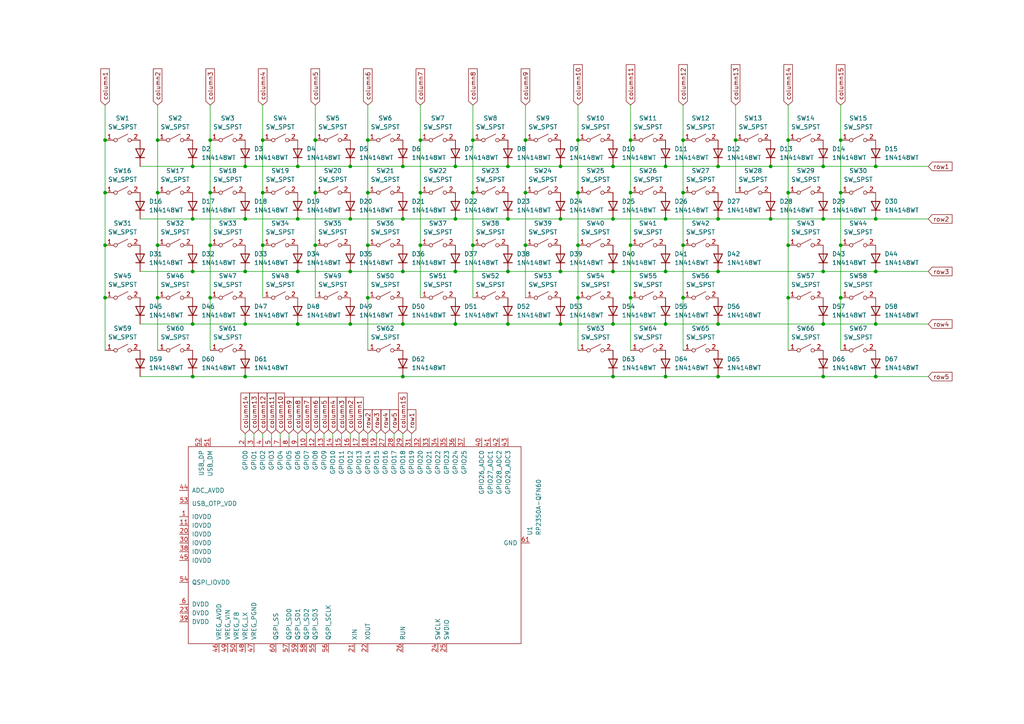
<source format=kicad_sch>
(kicad_sch (version 20250114) (generator "eeschema") (generator_version "9.0")
  (paper "A4")
  (junction (at 55.88 63.5))
  (junction (at 76.2 40.64))
  (junction (at 243.84 86.36))
  (junction (at 30.48 40.64))
  (junction (at 228.6 71.12))
  (junction (at 238.76 78.74))
  (junction (at 86.36 93.98))
  (junction (at 193.04 78.74))
  (junction (at 55.88 109.22))
  (junction (at 238.76 93.98))
  (junction (at 254 93.98))
  (junction (at 45.72 71.12))
  (junction (at 152.4 55.88))
  (junction (at 213.36 40.64))
  (junction (at 30.48 55.88))
  (junction (at 208.28 48.26))
  (junction (at 182.88 40.64))
  (junction (at 116.84 109.22))
  (junction (at 167.64 71.12))
  (junction (at 254 63.5))
  (junction (at 45.72 40.64))
  (junction (at 254 48.26))
  (junction (at 177.8 93.98))
  (junction (at 228.6 40.64))
  (junction (at 106.68 86.36))
  (junction (at 106.68 40.64))
  (junction (at 137.16 55.88))
  (junction (at 177.8 78.74))
  (junction (at 76.2 55.88))
  (junction (at 60.96 40.64))
  (junction (at 60.96 55.88))
  (junction (at 238.76 48.26))
  (junction (at 101.6 63.5))
  (junction (at 55.88 78.74))
  (junction (at 198.12 40.64))
  (junction (at 208.28 93.98))
  (junction (at 243.84 55.88))
  (junction (at 106.68 55.88))
  (junction (at 101.6 93.98))
  (junction (at 121.92 55.88))
  (junction (at 254 78.74))
  (junction (at 121.92 40.64))
  (junction (at 101.6 78.74))
  (junction (at 76.2 71.12))
  (junction (at 71.12 78.74))
  (junction (at 193.04 63.5))
  (junction (at 60.96 71.12))
  (junction (at 182.88 86.36))
  (junction (at 116.84 63.5))
  (junction (at 132.08 63.5))
  (junction (at 116.84 93.98))
  (junction (at 177.8 109.22))
  (junction (at 238.76 109.22))
  (junction (at 132.08 93.98))
  (junction (at 60.96 86.36))
  (junction (at 71.12 48.26))
  (junction (at 71.12 93.98))
  (junction (at 162.56 93.98))
  (junction (at 198.12 86.36))
  (junction (at 228.6 55.88))
  (junction (at 177.8 48.26))
  (junction (at 223.52 48.26))
  (junction (at 106.68 71.12))
  (junction (at 223.52 63.5))
  (junction (at 45.72 86.36))
  (junction (at 147.32 63.5))
  (junction (at 91.44 71.12))
  (junction (at 147.32 48.26))
  (junction (at 71.12 63.5))
  (junction (at 162.56 63.5))
  (junction (at 55.88 48.26))
  (junction (at 86.36 48.26))
  (junction (at 193.04 93.98))
  (junction (at 86.36 78.74))
  (junction (at 167.64 86.36))
  (junction (at 86.36 63.5))
  (junction (at 228.6 86.36))
  (junction (at 243.84 40.64))
  (junction (at 198.12 55.88))
  (junction (at 91.44 55.88))
  (junction (at 132.08 48.26))
  (junction (at 177.8 63.5))
  (junction (at 30.48 71.12))
  (junction (at 182.88 55.88))
  (junction (at 55.88 93.98))
  (junction (at 137.16 71.12))
  (junction (at 116.84 48.26))
  (junction (at 45.72 55.88))
  (junction (at 254 109.22))
  (junction (at 167.64 40.64))
  (junction (at 208.28 78.74))
  (junction (at 137.16 40.64))
  (junction (at 71.12 109.22))
  (junction (at 152.4 40.64))
  (junction (at 238.76 63.5))
  (junction (at 91.44 40.64))
  (junction (at 147.32 78.74))
  (junction (at 208.28 109.22))
  (junction (at 30.48 86.36))
  (junction (at 147.32 93.98))
  (junction (at 193.04 48.26))
  (junction (at 101.6 48.26))
  (junction (at 167.64 55.88))
  (junction (at 162.56 48.26))
  (junction (at 182.88 71.12))
  (junction (at 243.84 71.12))
  (junction (at 132.08 78.74))
  (junction (at 208.28 63.5))
  (junction (at 193.04 109.22))
  (junction (at 121.92 71.12))
  (junction (at 198.12 71.12))
  (junction (at 162.56 78.74))
  (junction (at 116.84 78.74))
  (junction (at 152.4 71.12))
  (wire (pts (xy 228.6 55.88) (xy 228.6 71.12)))
  (wire (pts (xy 104.14 125.73) (xy 104.14 127)))
  (wire (pts (xy 86.36 48.26) (xy 101.6 48.26)))
  (wire (pts (xy 109.22 125.73) (xy 109.22 127)))
  (wire (pts (xy 177.8 63.5) (xy 193.04 63.5)))
  (wire (pts (xy 60.96 30.48) (xy 60.96 40.64)))
  (wire (pts (xy 121.92 40.64) (xy 121.92 55.88)))
  (wire (pts (xy 40.64 48.26) (xy 55.88 48.26)))
  (wire (pts (xy 45.72 71.12) (xy 45.72 86.36)))
  (wire (pts (xy 198.12 55.88) (xy 198.12 71.12)))
  (wire (pts (xy 121.92 55.88) (xy 121.92 71.12)))
  (wire (pts (xy 99.06 125.73) (xy 99.06 127)))
  (wire (pts (xy 71.12 93.98) (xy 86.36 93.98)))
  (wire (pts (xy 106.68 86.36) (xy 106.68 101.6)))
  (wire (pts (xy 243.84 71.12) (xy 243.84 86.36)))
  (wire (pts (xy 223.52 48.26) (xy 238.76 48.26)))
  (wire (pts (xy 162.56 63.5) (xy 177.8 63.5)))
  (wire (pts (xy 121.92 71.12) (xy 121.92 86.36)))
  (wire (pts (xy 88.9 125.73) (xy 88.9 127)))
  (wire (pts (xy 71.12 63.5) (xy 86.36 63.5)))
  (wire (pts (xy 208.28 63.5) (xy 223.52 63.5)))
  (wire (pts (xy 193.04 78.74) (xy 208.28 78.74)))
  (wire (pts (xy 147.32 93.98) (xy 162.56 93.98)))
  (wire (pts (xy 40.64 78.74) (xy 55.88 78.74)))
  (wire (pts (xy 182.88 40.64) (xy 182.88 55.88)))
  (wire (pts (xy 86.36 93.98) (xy 101.6 93.98)))
  (wire (pts (xy 223.52 63.5) (xy 238.76 63.5)))
  (wire (pts (xy 76.2 30.48) (xy 76.2 40.64)))
  (wire (pts (xy 208.28 93.98) (xy 238.76 93.98)))
  (wire (pts (xy 177.8 78.74) (xy 193.04 78.74)))
  (wire (pts (xy 162.56 93.98) (xy 177.8 93.98)))
  (wire (pts (xy 40.64 93.98) (xy 55.88 93.98)))
  (wire (pts (xy 106.68 71.12) (xy 106.68 86.36)))
  (wire (pts (xy 269.24 63.5) (xy 254 63.5)))
  (wire (pts (xy 76.2 71.12) (xy 76.2 86.36)))
  (wire (pts (xy 137.16 30.48) (xy 137.16 40.64)))
  (wire (pts (xy 177.8 48.26) (xy 193.04 48.26)))
  (wire (pts (xy 238.76 78.74) (xy 254 78.74)))
  (wire (pts (xy 167.64 30.48) (xy 167.64 40.64)))
  (wire (pts (xy 60.96 86.36) (xy 60.96 101.6)))
  (wire (pts (xy 137.16 55.88) (xy 137.16 71.12)))
  (wire (pts (xy 228.6 71.12) (xy 228.6 86.36)))
  (wire (pts (xy 137.16 40.64) (xy 137.16 55.88)))
  (wire (pts (xy 116.84 125.73) (xy 116.84 127)))
  (wire (pts (xy 152.4 55.88) (xy 152.4 71.12)))
  (wire (pts (xy 60.96 40.64) (xy 60.96 55.88)))
  (wire (pts (xy 167.64 40.64) (xy 167.64 55.88)))
  (wire (pts (xy 55.88 93.98) (xy 71.12 93.98)))
  (wire (pts (xy 167.64 71.12) (xy 167.64 86.36)))
  (wire (pts (xy 228.6 86.36) (xy 228.6 101.6)))
  (wire (pts (xy 238.76 48.26) (xy 254 48.26)))
  (wire (pts (xy 71.12 48.26) (xy 86.36 48.26)))
  (wire (pts (xy 45.72 30.48) (xy 45.72 40.64)))
  (wire (pts (xy 198.12 30.48) (xy 198.12 40.64)))
  (wire (pts (xy 269.24 93.98) (xy 254 93.98)))
  (wire (pts (xy 91.44 71.12) (xy 91.44 86.36)))
  (wire (pts (xy 106.68 125.73) (xy 106.68 127)))
  (wire (pts (xy 101.6 93.98) (xy 116.84 93.98)))
  (wire (pts (xy 116.84 78.74) (xy 132.08 78.74)))
  (wire (pts (xy 30.48 86.36) (xy 30.48 101.6)))
  (wire (pts (xy 45.72 40.64) (xy 45.72 55.88)))
  (wire (pts (xy 76.2 55.88) (xy 76.2 71.12)))
  (wire (pts (xy 71.12 78.74) (xy 86.36 78.74)))
  (wire (pts (xy 40.64 109.22) (xy 55.88 109.22)))
  (wire (pts (xy 111.76 125.73) (xy 111.76 127)))
  (wire (pts (xy 60.96 55.88) (xy 60.96 71.12)))
  (wire (pts (xy 147.32 63.5) (xy 162.56 63.5)))
  (wire (pts (xy 152.4 40.64) (xy 152.4 55.88)))
  (wire (pts (xy 114.3 125.73) (xy 114.3 127)))
  (wire (pts (xy 60.96 71.12) (xy 60.96 86.36)))
  (wire (pts (xy 40.64 63.5) (xy 55.88 63.5)))
  (wire (pts (xy 243.84 30.48) (xy 243.84 40.64)))
  (wire (pts (xy 198.12 71.12) (xy 198.12 86.36)))
  (wire (pts (xy 193.04 48.26) (xy 208.28 48.26)))
  (wire (pts (xy 208.28 48.26) (xy 223.52 48.26)))
  (wire (pts (xy 116.84 63.5) (xy 132.08 63.5)))
  (wire (pts (xy 116.84 109.22) (xy 177.8 109.22)))
  (wire (pts (xy 101.6 48.26) (xy 116.84 48.26)))
  (wire (pts (xy 193.04 93.98) (xy 208.28 93.98)))
  (wire (pts (xy 101.6 125.73) (xy 101.6 127)))
  (wire (pts (xy 147.32 78.74) (xy 162.56 78.74)))
  (wire (pts (xy 193.04 63.5) (xy 208.28 63.5)))
  (wire (pts (xy 101.6 63.5) (xy 116.84 63.5)))
  (wire (pts (xy 243.84 40.64) (xy 243.84 55.88)))
  (wire (pts (xy 177.8 109.22) (xy 193.04 109.22)))
  (wire (pts (xy 96.52 125.73) (xy 96.52 127)))
  (wire (pts (xy 55.88 109.22) (xy 71.12 109.22)))
  (wire (pts (xy 137.16 71.12) (xy 137.16 86.36)))
  (wire (pts (xy 86.36 125.73) (xy 86.36 127)))
  (wire (pts (xy 30.48 71.12) (xy 30.48 86.36)))
  (wire (pts (xy 213.36 30.48) (xy 213.36 40.64)))
  (wire (pts (xy 116.84 48.26) (xy 132.08 48.26)))
  (wire (pts (xy 182.88 55.88) (xy 182.88 71.12)))
  (wire (pts (xy 208.28 78.74) (xy 238.76 78.74)))
  (wire (pts (xy 162.56 48.26) (xy 177.8 48.26)))
  (wire (pts (xy 91.44 125.73) (xy 91.44 127)))
  (wire (pts (xy 147.32 48.26) (xy 162.56 48.26)))
  (wire (pts (xy 73.66 125.73) (xy 73.66 127)))
  (wire (pts (xy 177.8 93.98) (xy 193.04 93.98)))
  (wire (pts (xy 198.12 86.36) (xy 198.12 101.6)))
  (wire (pts (xy 182.88 30.48) (xy 182.88 40.64)))
  (wire (pts (xy 81.28 125.73) (xy 81.28 127)))
  (wire (pts (xy 45.72 86.36) (xy 45.72 101.6)))
  (wire (pts (xy 167.64 86.36) (xy 167.64 101.6)))
  (wire (pts (xy 30.48 55.88) (xy 30.48 71.12)))
  (wire (pts (xy 152.4 71.12) (xy 152.4 86.36)))
  (wire (pts (xy 91.44 55.88) (xy 91.44 71.12)))
  (wire (pts (xy 238.76 109.22) (xy 254 109.22)))
  (wire (pts (xy 91.44 30.48) (xy 91.44 40.64)))
  (wire (pts (xy 86.36 78.74) (xy 101.6 78.74)))
  (wire (pts (xy 71.12 125.73) (xy 71.12 127)))
  (wire (pts (xy 106.68 55.88) (xy 106.68 71.12)))
  (wire (pts (xy 45.72 55.88) (xy 45.72 71.12)))
  (wire (pts (xy 228.6 40.64) (xy 228.6 55.88)))
  (wire (pts (xy 30.48 30.48) (xy 30.48 40.64)))
  (wire (pts (xy 121.92 30.48) (xy 121.92 40.64)))
  (wire (pts (xy 193.04 109.22) (xy 208.28 109.22)))
  (wire (pts (xy 238.76 93.98) (xy 254 93.98)))
  (wire (pts (xy 116.84 93.98) (xy 132.08 93.98)))
  (wire (pts (xy 55.88 48.26) (xy 71.12 48.26)))
  (wire (pts (xy 132.08 78.74) (xy 147.32 78.74)))
  (wire (pts (xy 55.88 63.5) (xy 71.12 63.5)))
  (wire (pts (xy 162.56 78.74) (xy 177.8 78.74)))
  (wire (pts (xy 238.76 63.5) (xy 254 63.5)))
  (wire (pts (xy 198.12 40.64) (xy 198.12 55.88)))
  (wire (pts (xy 182.88 71.12) (xy 182.88 86.36)))
  (wire (pts (xy 101.6 78.74) (xy 116.84 78.74)))
  (wire (pts (xy 119.38 125.73) (xy 119.38 127)))
  (wire (pts (xy 93.98 125.73) (xy 93.98 127)))
  (wire (pts (xy 269.24 78.74) (xy 254 78.74)))
  (wire (pts (xy 106.68 30.48) (xy 106.68 40.64)))
  (wire (pts (xy 228.6 30.48) (xy 228.6 40.64)))
  (wire (pts (xy 55.88 78.74) (xy 71.12 78.74)))
  (wire (pts (xy 86.36 63.5) (xy 101.6 63.5)))
  (wire (pts (xy 132.08 48.26) (xy 147.32 48.26)))
  (wire (pts (xy 152.4 30.48) (xy 152.4 40.64)))
  (wire (pts (xy 76.2 125.73) (xy 76.2 127)))
  (wire (pts (xy 182.88 86.36) (xy 182.88 101.6)))
  (wire (pts (xy 243.84 86.36) (xy 243.84 101.6)))
  (wire (pts (xy 71.12 109.22) (xy 116.84 109.22)))
  (wire (pts (xy 132.08 63.5) (xy 147.32 63.5)))
  (wire (pts (xy 30.48 40.64) (xy 30.48 55.88)))
  (wire (pts (xy 208.28 109.22) (xy 238.76 109.22)))
  (wire (pts (xy 78.74 125.73) (xy 78.74 127)))
  (wire (pts (xy 167.64 55.88) (xy 167.64 71.12)))
  (wire (pts (xy 254 109.22) (xy 269.24 109.22)))
  (wire (pts (xy 76.2 40.64) (xy 76.2 55.88)))
  (wire (pts (xy 83.82 125.73) (xy 83.82 127)))
  (wire (pts (xy 254 48.26) (xy 269.24 48.26)))
  (wire (pts (xy 132.08 93.98) (xy 147.32 93.98)))
  (wire (pts (xy 243.84 55.88) (xy 243.84 71.12)))
  (wire (pts (xy 91.44 40.64) (xy 91.44 55.88)))
  (wire (pts (xy 213.36 40.64) (xy 213.36 55.88)))
  (wire (pts (xy 106.68 40.64) (xy 106.68 55.88)))
  (global_label "column10" (shape input) (at 81.28 125.73 90) (property "Intersheetrefs" "${INTERSHEET_REFS}" (effects (hide yes))))
  (global_label "column2" (shape input) (at 101.6 125.73 90) (property "Intersheetrefs" "${INTERSHEET_REFS}" (effects (hide yes))))
  (global_label "column10" (shape input) (at 167.64 30.48 90) (property "Intersheetrefs" "${INTERSHEET_REFS}" (effects (hide yes))))
  (global_label "column12" (shape input) (at 76.2 125.73 90) (property "Intersheetrefs" "${INTERSHEET_REFS}" (effects (hide yes))))
  (global_label "column15" (shape input) (at 116.84 125.73 90) (property "Intersheetrefs" "${INTERSHEET_REFS}" (effects (hide yes))))
  (global_label "column7" (shape input) (at 88.9 125.73 90) (property "Intersheetrefs" "${INTERSHEET_REFS}" (effects (hide yes))))
  (global_label "column3" (shape input) (at 99.06 125.73 90) (property "Intersheetrefs" "${INTERSHEET_REFS}" (effects (hide yes))))
  (global_label "column11" (shape input) (at 78.74 125.73 90) (property "Intersheetrefs" "${INTERSHEET_REFS}" (effects (hide yes))))
  (global_label "column13" (shape input) (at 73.66 125.73 90) (property "Intersheetrefs" "${INTERSHEET_REFS}" (effects (hide yes))))
  (global_label "row2" (shape input) (at 269.24 63.5 0) (property "Intersheetrefs" "${INTERSHEET_REFS}" (effects (hide yes))))
  (global_label "column13" (shape input) (at 213.36 30.48 90) (property "Intersheetrefs" "${INTERSHEET_REFS}" (effects (hide yes))))
  (global_label "row1" (shape input) (at 119.38 125.73 90) (property "Intersheetrefs" "${INTERSHEET_REFS}" (effects (hide yes))))
  (global_label "column6" (shape input) (at 91.44 125.73 90) (property "Intersheetrefs" "${INTERSHEET_REFS}" (effects (hide yes))))
  (global_label "column3" (shape input) (at 60.96 30.48 90) (property "Intersheetrefs" "${INTERSHEET_REFS}" (effects (hide yes))))
  (global_label "row2" (shape input) (at 106.68 125.73 90) (property "Intersheetrefs" "${INTERSHEET_REFS}" (effects (hide yes))))
  (global_label "column4" (shape input) (at 96.52 125.73 90) (property "Intersheetrefs" "${INTERSHEET_REFS}" (effects (hide yes))))
  (global_label "column15" (shape input) (at 243.84 30.48 90) (property "Intersheetrefs" "${INTERSHEET_REFS}" (effects (hide yes))))
  (global_label "column9" (shape input) (at 83.82 125.73 90) (property "Intersheetrefs" "${INTERSHEET_REFS}" (effects (hide yes))))
  (global_label "row3" (shape input) (at 269.24 78.74 0) (property "Intersheetrefs" "${INTERSHEET_REFS}" (effects (hide yes))))
  (global_label "column9" (shape input) (at 152.4 30.48 90) (property "Intersheetrefs" "${INTERSHEET_REFS}" (effects (hide yes))))
  (global_label "column2" (shape input) (at 45.72 30.48 90) (property "Intersheetrefs" "${INTERSHEET_REFS}" (effects (hide yes))))
  (global_label "column1" (shape input) (at 30.48 30.48 90) (property "Intersheetrefs" "${INTERSHEET_REFS}" (effects (hide yes))))
  (global_label "column11" (shape input) (at 182.88 30.48 90) (property "Intersheetrefs" "${INTERSHEET_REFS}" (effects (hide yes))))
  (global_label "row3" (shape input) (at 109.22 125.73 90) (property "Intersheetrefs" "${INTERSHEET_REFS}" (effects (hide yes))))
  (global_label "column8" (shape input) (at 137.16 30.48 90) (property "Intersheetrefs" "${INTERSHEET_REFS}" (effects (hide yes))))
  (global_label "row4" (shape input) (at 111.76 125.73 90) (property "Intersheetrefs" "${INTERSHEET_REFS}" (effects (hide yes))))
  (global_label "row1" (shape input) (at 269.24 48.26 0) (property "Intersheetrefs" "${INTERSHEET_REFS}" (effects (hide yes))))
  (global_label "row4" (shape input) (at 269.24 93.98 0) (property "Intersheetrefs" "${INTERSHEET_REFS}" (effects (hide yes))))
  (global_label "row5" (shape input) (at 269.24 109.22 0) (property "Intersheetrefs" "${INTERSHEET_REFS}" (effects (hide yes))))
  (global_label "column6" (shape input) (at 106.68 30.48 90) (property "Intersheetrefs" "${INTERSHEET_REFS}" (effects (hide yes))))
  (global_label "column8" (shape input) (at 86.36 125.73 90) (property "Intersheetrefs" "${INTERSHEET_REFS}" (effects (hide yes))))
  (global_label "column1" (shape input) (at 104.14 125.73 90) (property "Intersheetrefs" "${INTERSHEET_REFS}" (effects (hide yes))))
  (global_label "column5" (shape input) (at 91.44 30.48 90) (property "Intersheetrefs" "${INTERSHEET_REFS}" (effects (hide yes))))
  (global_label "row5" (shape input) (at 114.3 125.73 90) (property "Intersheetrefs" "${INTERSHEET_REFS}" (effects (hide yes))))
  (global_label "column5" (shape input) (at 93.98 125.73 90) (property "Intersheetrefs" "${INTERSHEET_REFS}" (effects (hide yes))))
  (global_label "column14" (shape input) (at 71.12 125.73 90) (property "Intersheetrefs" "${INTERSHEET_REFS}" (effects (hide yes))))
  (global_label "column7" (shape input) (at 121.92 30.48 90) (property "Intersheetrefs" "${INTERSHEET_REFS}" (effects (hide yes))))
  (global_label "column12" (shape input) (at 198.12 30.48 90) (property "Intersheetrefs" "${INTERSHEET_REFS}" (effects (hide yes))))
  (global_label "column14" (shape input) (at 228.6 30.48 90) (property "Intersheetrefs" "${INTERSHEET_REFS}" (effects (hide yes))))
  (global_label "column4" (shape input) (at 76.2 30.48 90) (property "Intersheetrefs" "${INTERSHEET_REFS}" (effects (hide yes))))
  (symbol (lib_id "Switch:SW_SPST") (at 50.8 71.12 0) (unit 1)
    (property "Reference" "SW32" (at 50.8 64.77 0))
    (property "Value" "SW_SPST" (at 50.8 67.31 0))
    (property "Footprint" "extra footprints:Kailh_socket_PG1350" (effects (hide yes)))
    (property "Description" "Single Pole Single Throw (SPST) switch" (effects (hide yes)))
  )
  (symbol (lib_id "Switch:SW_SPST") (at 127 55.88 0) (unit 1)
    (property "Reference" "SW22" (at 127 49.53 0))
    (property "Value" "SW_SPST" (at 127 52.07 0))
    (property "Footprint" "extra footprints:Kailh_socket_PG1350" (effects (hide yes)))
    (property "Description" "Single Pole Single Throw (SPST) switch" (effects (hide yes)))
  )
  (symbol (lib_id "Switch:SW_SPST") (at 142.24 55.88 0) (unit 1)
    (property "Reference" "SW23" (at 142.24 49.53 0))
    (property "Value" "SW_SPST" (at 142.24 52.07 0))
    (property "Footprint" "extra footprints:Kailh_socket_PG1350" (effects (hide yes)))
    (property "Description" "Single Pole Single Throw (SPST) switch" (effects (hide yes)))
  )
  (symbol (lib_id "Switch:SW_SPST") (at 157.48 86.36 0) (unit 1)
    (property "Reference" "SW53" (at 157.48 80.01 0))
    (property "Value" "SW_SPST" (at 157.48 82.55 0))
    (property "Footprint" "extra footprints:Kailh_socket_PG1350" (effects (hide yes)))
    (property "Description" "Single Pole Single Throw (SPST) switch" (effects (hide yes)))
  )
  (symbol (lib_id "Diode:1N4148WT") (at 223.52 59.69 90) (unit 1)
    (property "Reference" "D28" (at 226.06 58.4199 90) (effects (justify right)))
    (property "Value" "1N4148WT" (at 226.06 60.9599 90) (effects (justify right)))
    (property "Footprint" "Diode_SMD:D_SOD-523" (effects (hide yes)))
    (property "Datasheet" "https://www.diodes.com/assets/Datasheets/ds30396.pdf" (effects (hide yes)))
    (property "Description" "75V 0.15A Fast switching Diode, SOD-523" (effects (hide yes)))
    (property "Sim.Device" "D" (effects (hide yes)))
    (property "Sim.Pins" "1=K 2=A" (effects (hide yes)))
  )
  (symbol (lib_id "Diode:1N4148WT") (at 40.64 105.41 90) (unit 1)
    (property "Reference" "D59" (at 43.18 104.1399 90) (effects (justify right)))
    (property "Value" "1N4148WT" (at 43.18 106.6799 90) (effects (justify right)))
    (property "Footprint" "Diode_SMD:D_SOD-523" (effects (hide yes)))
    (property "Datasheet" "https://www.diodes.com/assets/Datasheets/ds30396.pdf" (effects (hide yes)))
    (property "Description" "75V 0.15A Fast switching Diode, SOD-523" (effects (hide yes)))
    (property "Sim.Device" "D" (effects (hide yes)))
    (property "Sim.Pins" "1=K 2=A" (effects (hide yes)))
  )
  (symbol (lib_id "Switch:SW_SPST") (at 35.56 101.6 0) (unit 1)
    (property "Reference" "SW59" (at 35.56 95.25 0))
    (property "Value" "SW_SPST" (at 35.56 97.79 0))
    (property "Footprint" "extra footprints:Kailh_socket_PG1350" (effects (hide yes)))
    (property "Description" "Single Pole Single Throw (SPST) switch" (effects (hide yes)))
  )
  (symbol (lib_id "Switch:SW_SPST") (at 50.8 40.64 0) (unit 1)
    (property "Reference" "SW2" (at 50.8 34.29 0))
    (property "Value" "SW_SPST" (at 50.8 36.83 0))
    (property "Footprint" "extra footprints:Kailh_socket_PG1350" (effects (hide yes)))
    (property "Description" "Single Pole Single Throw (SPST) switch" (effects (hide yes)))
  )
  (symbol (lib_id "Switch:SW_SPST") (at 233.68 71.12 0) (unit 1)
    (property "Reference" "SW43" (at 233.68 64.77 0))
    (property "Value" "SW_SPST" (at 233.68 67.31 0))
    (property "Footprint" "extra footprints:Kailh_socket_PG1350" (effects (hide yes)))
    (property "Description" "Single Pole Single Throw (SPST) switch" (effects (hide yes)))
  )
  (symbol (lib_id "Diode:1N4148WT") (at 116.84 90.17 90) (unit 1)
    (property "Reference" "D50" (at 119.38 88.8999 90) (effects (justify right)))
    (property "Value" "1N4148WT" (at 119.38 91.4399 90) (effects (justify right)))
    (property "Footprint" "Diode_SMD:D_SOD-523" (effects (hide yes)))
    (property "Datasheet" "https://www.diodes.com/assets/Datasheets/ds30396.pdf" (effects (hide yes)))
    (property "Description" "75V 0.15A Fast switching Diode, SOD-523" (effects (hide yes)))
    (property "Sim.Device" "D" (effects (hide yes)))
    (property "Sim.Pins" "1=K 2=A" (effects (hide yes)))
  )
  (symbol (lib_id "Diode:1N4148WT") (at 193.04 105.41 90) (unit 1)
    (property "Reference" "D64" (at 195.58 104.1399 90) (effects (justify right)))
    (property "Value" "1N4148WT" (at 195.58 106.6799 90) (effects (justify right)))
    (property "Footprint" "Diode_SMD:D_SOD-523" (effects (hide yes)))
    (property "Datasheet" "https://www.diodes.com/assets/Datasheets/ds30396.pdf" (effects (hide yes)))
    (property "Description" "75V 0.15A Fast switching Diode, SOD-523" (effects (hide yes)))
    (property "Sim.Device" "D" (effects (hide yes)))
    (property "Sim.Pins" "1=K 2=A" (effects (hide yes)))
  )
  (symbol (lib_id "Diode:1N4148WT") (at 147.32 44.45 90) (unit 1)
    (property "Reference" "D8" (at 149.86 43.1799 90) (effects (justify right)))
    (property "Value" "1N4148WT" (at 149.86 45.7199 90) (effects (justify right)))
    (property "Footprint" "Diode_SMD:D_SOD-523" (effects (hide yes)))
    (property "Datasheet" "https://www.diodes.com/assets/Datasheets/ds30396.pdf" (effects (hide yes)))
    (property "Description" "75V 0.15A Fast switching Diode, SOD-523" (effects (hide yes)))
    (property "Sim.Device" "D" (effects (hide yes)))
    (property "Sim.Pins" "1=K 2=A" (effects (hide yes)))
  )
  (symbol (lib_id "Diode:1N4148WT") (at 71.12 105.41 90) (unit 1)
    (property "Reference" "D61" (at 73.66 104.1399 90) (effects (justify right)))
    (property "Value" "1N4148WT" (at 73.66 106.6799 90) (effects (justify right)))
    (property "Footprint" "Diode_SMD:D_SOD-523" (effects (hide yes)))
    (property "Datasheet" "https://www.diodes.com/assets/Datasheets/ds30396.pdf" (effects (hide yes)))
    (property "Description" "75V 0.15A Fast switching Diode, SOD-523" (effects (hide yes)))
    (property "Sim.Device" "D" (effects (hide yes)))
    (property "Sim.Pins" "1=K 2=A" (effects (hide yes)))
  )
  (symbol (lib_id "Switch:SW_SPST") (at 111.76 86.36 0) (unit 1)
    (property "Reference" "SW50" (at 111.76 80.01 0))
    (property "Value" "SW_SPST" (at 111.76 82.55 0))
    (property "Footprint" "extra footprints:Kailh_socket_PG1350" (effects (hide yes)))
    (property "Description" "Single Pole Single Throw (SPST) switch" (effects (hide yes)))
  )
  (symbol (lib_id "Switch:SW_SPST") (at 127 86.36 0) (unit 1)
    (property "Reference" "SW51" (at 127 80.01 0))
    (property "Value" "SW_SPST" (at 127 82.55 0))
    (property "Footprint" "extra footprints:Kailh_socket_PG1350" (effects (hide yes)))
    (property "Description" "Single Pole Single Throw (SPST) switch" (effects (hide yes)))
  )
  (symbol (lib_id "Diode:1N4148WT") (at 86.36 74.93 90) (unit 1)
    (property "Reference" "D34" (at 88.9 73.6599 90) (effects (justify right)))
    (property "Value" "1N4148WT" (at 88.9 76.1999 90) (effects (justify right)))
    (property "Footprint" "Diode_SMD:D_SOD-523" (effects (hide yes)))
    (property "Datasheet" "https://www.diodes.com/assets/Datasheets/ds30396.pdf" (effects (hide yes)))
    (property "Description" "75V 0.15A Fast switching Diode, SOD-523" (effects (hide yes)))
    (property "Sim.Device" "D" (effects (hide yes)))
    (property "Sim.Pins" "1=K 2=A" (effects (hide yes)))
  )
  (symbol (lib_id "Switch:SW_SPST") (at 142.24 86.36 0) (unit 1)
    (property "Reference" "SW52" (at 142.24 80.01 0))
    (property "Value" "SW_SPST" (at 142.24 82.55 0))
    (property "Footprint" "extra footprints:Kailh_socket_PG1350" (effects (hide yes)))
    (property "Description" "Single Pole Single Throw (SPST) switch" (effects (hide yes)))
  )
  (symbol (lib_id "Switch:SW_SPST") (at 172.72 71.12 0) (unit 1)
    (property "Reference" "SW40" (at 172.72 64.77 0))
    (property "Value" "SW_SPST" (at 172.72 67.31 0))
    (property "Footprint" "extra footprints:Kailh_socket_PG1350" (effects (hide yes)))
    (property "Description" "Single Pole Single Throw (SPST) switch" (effects (hide yes)))
  )
  (symbol (lib_id "Diode:1N4148WT") (at 40.64 74.93 90) (unit 1)
    (property "Reference" "D31" (at 43.18 73.6599 90) (effects (justify right)))
    (property "Value" "1N4148WT" (at 43.18 76.1999 90) (effects (justify right)))
    (property "Footprint" "Diode_SMD:D_SOD-523" (effects (hide yes)))
    (property "Datasheet" "https://www.diodes.com/assets/Datasheets/ds30396.pdf" (effects (hide yes)))
    (property "Description" "75V 0.15A Fast switching Diode, SOD-523" (effects (hide yes)))
    (property "Sim.Device" "D" (effects (hide yes)))
    (property "Sim.Pins" "1=K 2=A" (effects (hide yes)))
  )
  (symbol (lib_id "Switch:SW_SPST") (at 96.52 86.36 0) (unit 1)
    (property "Reference" "SW49" (at 96.52 80.01 0))
    (property "Value" "SW_SPST" (at 96.52 82.55 0))
    (property "Footprint" "extra footprints:Kailh_socket_PG1350" (effects (hide yes)))
    (property "Description" "Single Pole Single Throw (SPST) switch" (effects (hide yes)))
  )
  (symbol (lib_id "Diode:1N4148WT") (at 55.88 105.41 90) (unit 1)
    (property "Reference" "D60" (at 58.42 104.1399 90) (effects (justify right)))
    (property "Value" "1N4148WT" (at 58.42 106.6799 90) (effects (justify right)))
    (property "Footprint" "Diode_SMD:D_SOD-523" (effects (hide yes)))
    (property "Datasheet" "https://www.diodes.com/assets/Datasheets/ds30396.pdf" (effects (hide yes)))
    (property "Description" "75V 0.15A Fast switching Diode, SOD-523" (effects (hide yes)))
    (property "Sim.Device" "D" (effects (hide yes)))
    (property "Sim.Pins" "1=K 2=A" (effects (hide yes)))
  )
  (symbol (lib_id "Switch:SW_SPST") (at 142.24 40.64 0) (unit 1)
    (property "Reference" "SW8" (at 142.24 34.29 0))
    (property "Value" "SW_SPST" (at 142.24 36.83 0))
    (property "Footprint" "extra footprints:Kailh_socket_PG1350" (effects (hide yes)))
    (property "Description" "Single Pole Single Throw (SPST) switch" (effects (hide yes)))
  )
  (symbol (lib_id "Switch:SW_SPST") (at 218.44 55.88 0) (unit 1)
    (property "Reference" "SW28" (at 218.44 49.53 0))
    (property "Value" "SW_SPST" (at 218.44 52.07 0))
    (property "Footprint" "extra footprints:Kailh_socket_PG1350" (effects (hide yes)))
    (property "Description" "Single Pole Single Throw (SPST) switch" (effects (hide yes)))
  )
  (symbol (lib_id "Diode:1N4148WT") (at 238.76 44.45 90) (unit 1)
    (property "Reference" "D14" (at 241.3 43.1799 90) (effects (justify right)))
    (property "Value" "1N4148WT" (at 241.3 45.7199 90) (effects (justify right)))
    (property "Footprint" "Diode_SMD:D_SOD-523" (effects (hide yes)))
    (property "Datasheet" "https://www.diodes.com/assets/Datasheets/ds30396.pdf" (effects (hide yes)))
    (property "Description" "75V 0.15A Fast switching Diode, SOD-523" (effects (hide yes)))
    (property "Sim.Device" "D" (effects (hide yes)))
    (property "Sim.Pins" "1=K 2=A" (effects (hide yes)))
  )
  (symbol (lib_id "Switch:SW_SPST") (at 157.48 55.88 0) (unit 1)
    (property "Reference" "SW24" (at 157.48 49.53 0))
    (property "Value" "SW_SPST" (at 157.48 52.07 0))
    (property "Footprint" "extra footprints:Kailh_socket_PG1350" (effects (hide yes)))
    (property "Description" "Single Pole Single Throw (SPST) switch" (effects (hide yes)))
  )
  (symbol (lib_id "Diode:1N4148WT") (at 55.88 59.69 90) (unit 1)
    (property "Reference" "D17" (at 58.42 58.4199 90) (effects (justify right)))
    (property "Value" "1N4148WT" (at 58.42 60.9599 90) (effects (justify right)))
    (property "Footprint" "Diode_SMD:D_SOD-523" (effects (hide yes)))
    (property "Datasheet" "https://www.diodes.com/assets/Datasheets/ds30396.pdf" (effects (hide yes)))
    (property "Description" "75V 0.15A Fast switching Diode, SOD-523" (effects (hide yes)))
    (property "Sim.Device" "D" (effects (hide yes)))
    (property "Sim.Pins" "1=K 2=A" (effects (hide yes)))
  )
  (symbol (lib_id "Switch:SW_SPST") (at 111.76 40.64 0) (unit 1)
    (property "Reference" "SW6" (at 111.76 34.29 0))
    (property "Value" "SW_SPST" (at 111.76 36.83 0))
    (property "Footprint" "extra footprints:Kailh_socket_PG1350" (effects (hide yes)))
    (property "Description" "Single Pole Single Throw (SPST) switch" (effects (hide yes)))
  )
  (symbol (lib_id "Switch:SW_SPST") (at 35.56 40.64 0) (unit 1)
    (property "Reference" "SW1" (at 35.56 34.29 0))
    (property "Value" "SW_SPST" (at 35.56 36.83 0))
    (property "Footprint" "extra footprints:Kailh_socket_PG1350" (effects (hide yes)))
    (property "Description" "Single Pole Single Throw (SPST) switch" (effects (hide yes)))
  )
  (symbol (lib_id "Switch:SW_SPST") (at 66.04 40.64 0) (unit 1)
    (property "Reference" "SW3" (at 66.04 34.29 0))
    (property "Value" "SW_SPST" (at 66.04 36.83 0))
    (property "Footprint" "extra footprints:Kailh_socket_PG1350" (effects (hide yes)))
    (property "Description" "Single Pole Single Throw (SPST) switch" (effects (hide yes)))
  )
  (symbol (lib_id "Diode:1N4148WT") (at 254 74.93 90) (unit 1)
    (property "Reference" "D44" (at 256.54 73.6599 90) (effects (justify right)))
    (property "Value" "1N4148WT" (at 256.54 76.1999 90) (effects (justify right)))
    (property "Footprint" "Diode_SMD:D_SOD-523" (effects (hide yes)))
    (property "Datasheet" "https://www.diodes.com/assets/Datasheets/ds30396.pdf" (effects (hide yes)))
    (property "Description" "75V 0.15A Fast switching Diode, SOD-523" (effects (hide yes)))
    (property "Sim.Device" "D" (effects (hide yes)))
    (property "Sim.Pins" "1=K 2=A" (effects (hide yes)))
  )
  (symbol (lib_id "Switch:SW_SPST") (at 203.2 71.12 0) (unit 1)
    (property "Reference" "SW42" (at 203.2 64.77 0))
    (property "Value" "SW_SPST" (at 203.2 67.31 0))
    (property "Footprint" "extra footprints:Kailh_socket_PG1350" (effects (hide yes)))
    (property "Description" "Single Pole Single Throw (SPST) switch" (effects (hide yes)))
  )
  (symbol (lib_id "Switch:SW_SPST") (at 248.92 40.64 0) (unit 1)
    (property "Reference" "SW15" (at 248.92 34.29 0))
    (property "Value" "SW_SPST" (at 248.92 36.83 0))
    (property "Footprint" "extra footprints:Kailh_socket_PG1350" (effects (hide yes)))
    (property "Description" "Single Pole Single Throw (SPST) switch" (effects (hide yes)))
  )
  (symbol (lib_id "Switch:SW_SPST") (at 127 40.64 0) (unit 1)
    (property "Reference" "SW7" (at 127 34.29 0))
    (property "Value" "SW_SPST" (at 127 36.83 0))
    (property "Footprint" "extra footprints:Kailh_socket_PG1350" (effects (hide yes)))
    (property "Description" "Single Pole Single Throw (SPST) switch" (effects (hide yes)))
  )
  (symbol (lib_id "Diode:1N4148WT") (at 162.56 44.45 90) (unit 1)
    (property "Reference" "D9" (at 165.1 43.1799 90) (effects (justify right)))
    (property "Value" "1N4148WT" (at 165.1 45.7199 90) (effects (justify right)))
    (property "Footprint" "Diode_SMD:D_SOD-523" (effects (hide yes)))
    (property "Datasheet" "https://www.diodes.com/assets/Datasheets/ds30396.pdf" (effects (hide yes)))
    (property "Description" "75V 0.15A Fast switching Diode, SOD-523" (effects (hide yes)))
    (property "Sim.Device" "D" (effects (hide yes)))
    (property "Sim.Pins" "1=K 2=A" (effects (hide yes)))
  )
  (symbol (lib_id "Switch:SW_SPST") (at 127 71.12 0) (unit 1)
    (property "Reference" "SW37" (at 127 64.77 0))
    (property "Value" "SW_SPST" (at 127 67.31 0))
    (property "Footprint" "extra footprints:Kailh_socket_PG1350" (effects (hide yes)))
    (property "Description" "Single Pole Single Throw (SPST) switch" (effects (hide yes)))
  )
  (symbol (lib_id "Switch:SW_SPST") (at 111.76 71.12 0) (unit 1)
    (property "Reference" "SW36" (at 111.76 64.77 0))
    (property "Value" "SW_SPST" (at 111.76 67.31 0))
    (property "Footprint" "extra footprints:Kailh_socket_PG1350" (effects (hide yes)))
    (property "Description" "Single Pole Single Throw (SPST) switch" (effects (hide yes)))
  )
  (symbol (lib_id "rp2350b-qfn60:RP2350A-QFN60") (at 99.06 157.48 90) (unit 1)
    (property "Reference" "U1" (at 153.67 155.3367 0) (effects (justify left)))
    (property "Value" "RP2350A-QFN60" (at 156.21 155.3367 0) (effects (justify left)))
    (property "Footprint" "extra footprints:RP2350A_QFN-60_EP_7.75x7.75_Pitch0.4mm" (effects (hide yes)))
  )
  (symbol (lib_id "Diode:1N4148WT") (at 254 105.41 90) (unit 1)
    (property "Reference" "D67" (at 256.54 104.1399 90) (effects (justify right)))
    (property "Value" "1N4148WT" (at 256.54 106.6799 90) (effects (justify right)))
    (property "Footprint" "Diode_SMD:D_SOD-523" (effects (hide yes)))
    (property "Datasheet" "https://www.diodes.com/assets/Datasheets/ds30396.pdf" (effects (hide yes)))
    (property "Description" "75V 0.15A Fast switching Diode, SOD-523" (effects (hide yes)))
    (property "Sim.Device" "D" (effects (hide yes)))
    (property "Sim.Pins" "1=K 2=A" (effects (hide yes)))
  )
  (symbol (lib_id "Diode:1N4148WT") (at 177.8 105.41 90) (unit 1)
    (property "Reference" "D63" (at 180.34 104.1399 90) (effects (justify right)))
    (property "Value" "1N4148WT" (at 180.34 106.6799 90) (effects (justify right)))
    (property "Footprint" "Diode_SMD:D_SOD-523" (effects (hide yes)))
    (property "Datasheet" "https://www.diodes.com/assets/Datasheets/ds30396.pdf" (effects (hide yes)))
    (property "Description" "75V 0.15A Fast switching Diode, SOD-523" (effects (hide yes)))
    (property "Sim.Device" "D" (effects (hide yes)))
    (property "Sim.Pins" "1=K 2=A" (effects (hide yes)))
  )
  (symbol (lib_id "Diode:1N4148WT") (at 116.84 105.41 90) (unit 1)
    (property "Reference" "D62" (at 119.38 104.1399 90) (effects (justify right)))
    (property "Value" "1N4148WT" (at 119.38 106.6799 90) (effects (justify right)))
    (property "Footprint" "Diode_SMD:D_SOD-523" (effects (hide yes)))
    (property "Datasheet" "https://www.diodes.com/assets/Datasheets/ds30396.pdf" (effects (hide yes)))
    (property "Description" "75V 0.15A Fast switching Diode, SOD-523" (effects (hide yes)))
    (property "Sim.Device" "D" (effects (hide yes)))
    (property "Sim.Pins" "1=K 2=A" (effects (hide yes)))
  )
  (symbol (lib_id "Switch:SW_SPST") (at 203.2 40.64 0) (unit 1)
    (property "Reference" "SW12" (at 203.2 34.29 0))
    (property "Value" "SW_SPST" (at 203.2 36.83 0))
    (property "Footprint" "extra footprints:Kailh_socket_PG1350" (effects (hide yes)))
    (property "Description" "Single Pole Single Throw (SPST) switch" (effects (hide yes)))
  )
  (symbol (lib_id "Diode:1N4148WT") (at 223.52 44.45 90) (unit 1)
    (property "Reference" "D13" (at 226.06 43.1799 90) (effects (justify right)))
    (property "Value" "1N4148WT" (at 226.06 45.7199 90) (effects (justify right)))
    (property "Footprint" "Diode_SMD:D_SOD-523" (effects (hide yes)))
    (property "Datasheet" "https://www.diodes.com/assets/Datasheets/ds30396.pdf" (effects (hide yes)))
    (property "Description" "75V 0.15A Fast switching Diode, SOD-523" (effects (hide yes)))
    (property "Sim.Device" "D" (effects (hide yes)))
    (property "Sim.Pins" "1=K 2=A" (effects (hide yes)))
  )
  (symbol (lib_id "Diode:1N4148WT") (at 86.36 90.17 90) (unit 1)
    (property "Reference" "D48" (at 88.9 88.8999 90) (effects (justify right)))
    (property "Value" "1N4148WT" (at 88.9 91.4399 90) (effects (justify right)))
    (property "Footprint" "Diode_SMD:D_SOD-523" (effects (hide yes)))
    (property "Datasheet" "https://www.diodes.com/assets/Datasheets/ds30396.pdf" (effects (hide yes)))
    (property "Description" "75V 0.15A Fast switching Diode, SOD-523" (effects (hide yes)))
    (property "Sim.Device" "D" (effects (hide yes)))
    (property "Sim.Pins" "1=K 2=A" (effects (hide yes)))
  )
  (symbol (lib_id "Diode:1N4148WT") (at 116.84 59.69 90) (unit 1)
    (property "Reference" "D21" (at 119.38 58.4199 90) (effects (justify right)))
    (property "Value" "1N4148WT" (at 119.38 60.9599 90) (effects (justify right)))
    (property "Footprint" "Diode_SMD:D_SOD-523" (effects (hide yes)))
    (property "Datasheet" "https://www.diodes.com/assets/Datasheets/ds30396.pdf" (effects (hide yes)))
    (property "Description" "75V 0.15A Fast switching Diode, SOD-523" (effects (hide yes)))
    (property "Sim.Device" "D" (effects (hide yes)))
    (property "Sim.Pins" "1=K 2=A" (effects (hide yes)))
  )
  (symbol (lib_id "Diode:1N4148WT") (at 177.8 59.69 90) (unit 1)
    (property "Reference" "D25" (at 180.34 58.4199 90) (effects (justify right)))
    (property "Value" "1N4148WT" (at 180.34 60.9599 90) (effects (justify right)))
    (property "Footprint" "Diode_SMD:D_SOD-523" (effects (hide yes)))
    (property "Datasheet" "https://www.diodes.com/assets/Datasheets/ds30396.pdf" (effects (hide yes)))
    (property "Description" "75V 0.15A Fast switching Diode, SOD-523" (effects (hide yes)))
    (property "Sim.Device" "D" (effects (hide yes)))
    (property "Sim.Pins" "1=K 2=A" (effects (hide yes)))
  )
  (symbol (lib_id "Switch:SW_SPST") (at 96.52 55.88 0) (unit 1)
    (property "Reference" "SW20" (at 96.52 49.53 0))
    (property "Value" "SW_SPST" (at 96.52 52.07 0))
    (property "Footprint" "extra footprints:Kailh_socket_PG1350" (effects (hide yes)))
    (property "Description" "Single Pole Single Throw (SPST) switch" (effects (hide yes)))
  )
  (symbol (lib_id "Switch:SW_SPST") (at 248.92 86.36 0) (unit 1)
    (property "Reference" "SW58" (at 248.92 80.01 0))
    (property "Value" "SW_SPST" (at 248.92 82.55 0))
    (property "Footprint" "extra footprints:Kailh_socket_PG1350" (effects (hide yes)))
    (property "Description" "Single Pole Single Throw (SPST) switch" (effects (hide yes)))
  )
  (symbol (lib_id "Switch:SW_SPST") (at 187.96 101.6 0) (unit 1)
    (property "Reference" "SW64" (at 187.96 95.25 0))
    (property "Value" "SW_SPST" (at 187.96 97.79 0))
    (property "Footprint" "extra footprints:Kailh_socket_PG1350" (effects (hide yes)))
    (property "Description" "Single Pole Single Throw (SPST) switch" (effects (hide yes)))
  )
  (symbol (lib_id "Diode:1N4148WT") (at 71.12 59.69 90) (unit 1)
    (property "Reference" "D18" (at 73.66 58.4199 90) (effects (justify right)))
    (property "Value" "1N4148WT" (at 73.66 60.9599 90) (effects (justify right)))
    (property "Footprint" "Diode_SMD:D_SOD-523" (effects (hide yes)))
    (property "Datasheet" "https://www.diodes.com/assets/Datasheets/ds30396.pdf" (effects (hide yes)))
    (property "Description" "75V 0.15A Fast switching Diode, SOD-523" (effects (hide yes)))
    (property "Sim.Device" "D" (effects (hide yes)))
    (property "Sim.Pins" "1=K 2=A" (effects (hide yes)))
  )
  (symbol (lib_id "Diode:1N4148WT") (at 177.8 74.93 90) (unit 1)
    (property "Reference" "D40" (at 180.34 73.6599 90) (effects (justify right)))
    (property "Value" "1N4148WT" (at 180.34 76.1999 90) (effects (justify right)))
    (property "Footprint" "Diode_SMD:D_SOD-523" (effects (hide yes)))
    (property "Datasheet" "https://www.diodes.com/assets/Datasheets/ds30396.pdf" (effects (hide yes)))
    (property "Description" "75V 0.15A Fast switching Diode, SOD-523" (effects (hide yes)))
    (property "Sim.Device" "D" (effects (hide yes)))
    (property "Sim.Pins" "1=K 2=A" (effects (hide yes)))
  )
  (symbol (lib_id "Switch:SW_SPST") (at 172.72 55.88 0) (unit 1)
    (property "Reference" "SW25" (at 172.72 49.53 0))
    (property "Value" "SW_SPST" (at 172.72 52.07 0))
    (property "Footprint" "extra footprints:Kailh_socket_PG1350" (effects (hide yes)))
    (property "Description" "Single Pole Single Throw (SPST) switch" (effects (hide yes)))
  )
  (symbol (lib_id "Diode:1N4148WT") (at 193.04 74.93 90) (unit 1)
    (property "Reference" "D41" (at 195.58 73.6599 90) (effects (justify right)))
    (property "Value" "1N4148WT" (at 195.58 76.1999 90) (effects (justify right)))
    (property "Footprint" "Diode_SMD:D_SOD-523" (effects (hide yes)))
    (property "Datasheet" "https://www.diodes.com/assets/Datasheets/ds30396.pdf" (effects (hide yes)))
    (property "Description" "75V 0.15A Fast switching Diode, SOD-523" (effects (hide yes)))
    (property "Sim.Device" "D" (effects (hide yes)))
    (property "Sim.Pins" "1=K 2=A" (effects (hide yes)))
  )
  (symbol (lib_id "Diode:1N4148WT") (at 71.12 74.93 90) (unit 1)
    (property "Reference" "D33" (at 73.66 73.6599 90) (effects (justify right)))
    (property "Value" "1N4148WT" (at 73.66 76.1999 90) (effects (justify right)))
    (property "Footprint" "Diode_SMD:D_SOD-523" (effects (hide yes)))
    (property "Datasheet" "https://www.diodes.com/assets/Datasheets/ds30396.pdf" (effects (hide yes)))
    (property "Description" "75V 0.15A Fast switching Diode, SOD-523" (effects (hide yes)))
    (property "Sim.Device" "D" (effects (hide yes)))
    (property "Sim.Pins" "1=K 2=A" (effects (hide yes)))
  )
  (symbol (lib_id "Switch:SW_SPST") (at 81.28 40.64 0) (unit 1)
    (property "Reference" "SW4" (at 81.28 34.29 0))
    (property "Value" "SW_SPST" (at 81.28 36.83 0))
    (property "Footprint" "extra footprints:Kailh_socket_PG1350" (effects (hide yes)))
    (property "Description" "Single Pole Single Throw (SPST) switch" (effects (hide yes)))
  )
  (symbol (lib_id "Switch:SW_SPST") (at 187.96 71.12 0) (unit 1)
    (property "Reference" "SW41" (at 187.96 64.77 0))
    (property "Value" "SW_SPST" (at 187.96 67.31 0))
    (property "Footprint" "extra footprints:Kailh_socket_PG1350" (effects (hide yes)))
    (property "Description" "Single Pole Single Throw (SPST) switch" (effects (hide yes)))
  )
  (symbol (lib_id "Diode:1N4148WT") (at 208.28 105.41 90) (unit 1)
    (property "Reference" "D65" (at 210.82 104.1399 90) (effects (justify right)))
    (property "Value" "1N4148WT" (at 210.82 106.6799 90) (effects (justify right)))
    (property "Footprint" "Diode_SMD:D_SOD-523" (effects (hide yes)))
    (property "Datasheet" "https://www.diodes.com/assets/Datasheets/ds30396.pdf" (effects (hide yes)))
    (property "Description" "75V 0.15A Fast switching Diode, SOD-523" (effects (hide yes)))
    (property "Sim.Device" "D" (effects (hide yes)))
    (property "Sim.Pins" "1=K 2=A" (effects (hide yes)))
  )
  (symbol (lib_id "Diode:1N4148WT") (at 238.76 105.41 90) (unit 1)
    (property "Reference" "D66" (at 241.3 104.1399 90) (effects (justify right)))
    (property "Value" "1N4148WT" (at 241.3 106.6799 90) (effects (justify right)))
    (property "Footprint" "Diode_SMD:D_SOD-523" (effects (hide yes)))
    (property "Datasheet" "https://www.diodes.com/assets/Datasheets/ds30396.pdf" (effects (hide yes)))
    (property "Description" "75V 0.15A Fast switching Diode, SOD-523" (effects (hide yes)))
    (property "Sim.Device" "D" (effects (hide yes)))
    (property "Sim.Pins" "1=K 2=A" (effects (hide yes)))
  )
  (symbol (lib_id "Switch:SW_SPST") (at 203.2 55.88 0) (unit 1)
    (property "Reference" "SW27" (at 203.2 49.53 0))
    (property "Value" "SW_SPST" (at 203.2 52.07 0))
    (property "Footprint" "extra footprints:Kailh_socket_PG1350" (effects (hide yes)))
    (property "Description" "Single Pole Single Throw (SPST) switch" (effects (hide yes)))
  )
  (symbol (lib_id "Switch:SW_SPST") (at 81.28 71.12 0) (unit 1)
    (property "Reference" "SW34" (at 81.28 64.77 0))
    (property "Value" "SW_SPST" (at 81.28 67.31 0))
    (property "Footprint" "extra footprints:Kailh_socket_PG1350" (effects (hide yes)))
    (property "Description" "Single Pole Single Throw (SPST) switch" (effects (hide yes)))
  )
  (symbol (lib_id "Switch:SW_SPST") (at 157.48 71.12 0) (unit 1)
    (property "Reference" "SW39" (at 157.48 64.77 0))
    (property "Value" "SW_SPST" (at 157.48 67.31 0))
    (property "Footprint" "extra footprints:Kailh_socket_PG1350" (effects (hide yes)))
    (property "Description" "Single Pole Single Throw (SPST) switch" (effects (hide yes)))
  )
  (symbol (lib_id "Diode:1N4148WT") (at 116.84 74.93 90) (unit 1)
    (property "Reference" "D36" (at 119.38 73.6599 90) (effects (justify right)))
    (property "Value" "1N4148WT" (at 119.38 76.1999 90) (effects (justify right)))
    (property "Footprint" "Diode_SMD:D_SOD-523" (effects (hide yes)))
    (property "Datasheet" "https://www.diodes.com/assets/Datasheets/ds30396.pdf" (effects (hide yes)))
    (property "Description" "75V 0.15A Fast switching Diode, SOD-523" (effects (hide yes)))
    (property "Sim.Device" "D" (effects (hide yes)))
    (property "Sim.Pins" "1=K 2=A" (effects (hide yes)))
  )
  (symbol (lib_id "Diode:1N4148WT") (at 147.32 90.17 90) (unit 1)
    (property "Reference" "D52" (at 149.86 88.8999 90) (effects (justify right)))
    (property "Value" "1N4148WT" (at 149.86 91.4399 90) (effects (justify right)))
    (property "Footprint" "Diode_SMD:D_SOD-523" (effects (hide yes)))
    (property "Datasheet" "https://www.diodes.com/assets/Datasheets/ds30396.pdf" (effects (hide yes)))
    (property "Description" "75V 0.15A Fast switching Diode, SOD-523" (effects (hide yes)))
    (property "Sim.Device" "D" (effects (hide yes)))
    (property "Sim.Pins" "1=K 2=A" (effects (hide yes)))
  )
  (symbol (lib_id "Diode:1N4148WT") (at 132.08 74.93 90) (unit 1)
    (property "Reference" "D37" (at 134.62 73.6599 90) (effects (justify right)))
    (property "Value" "1N4148WT" (at 134.62 76.1999 90) (effects (justify right)))
    (property "Footprint" "Diode_SMD:D_SOD-523" (effects (hide yes)))
    (property "Datasheet" "https://www.diodes.com/assets/Datasheets/ds30396.pdf" (effects (hide yes)))
    (property "Description" "75V 0.15A Fast switching Diode, SOD-523" (effects (hide yes)))
    (property "Sim.Device" "D" (effects (hide yes)))
    (property "Sim.Pins" "1=K 2=A" (effects (hide yes)))
  )
  (symbol (lib_id "Diode:1N4148WT") (at 238.76 90.17 90) (unit 1)
    (property "Reference" "D57" (at 241.3 88.8999 90) (effects (justify right)))
    (property "Value" "1N4148WT" (at 241.3 91.4399 90) (effects (justify right)))
    (property "Footprint" "Diode_SMD:D_SOD-523" (effects (hide yes)))
    (property "Datasheet" "https://www.diodes.com/assets/Datasheets/ds30396.pdf" (effects (hide yes)))
    (property "Description" "75V 0.15A Fast switching Diode, SOD-523" (effects (hide yes)))
    (property "Sim.Device" "D" (effects (hide yes)))
    (property "Sim.Pins" "1=K 2=A" (effects (hide yes)))
  )
  (symbol (lib_id "Diode:1N4148WT") (at 193.04 59.69 90) (unit 1)
    (property "Reference" "D26" (at 195.58 58.4199 90) (effects (justify right)))
    (property "Value" "1N4148WT" (at 195.58 60.9599 90) (effects (justify right)))
    (property "Footprint" "Diode_SMD:D_SOD-523" (effects (hide yes)))
    (property "Datasheet" "https://www.diodes.com/assets/Datasheets/ds30396.pdf" (effects (hide yes)))
    (property "Description" "75V 0.15A Fast switching Diode, SOD-523" (effects (hide yes)))
    (property "Sim.Device" "D" (effects (hide yes)))
    (property "Sim.Pins" "1=K 2=A" (effects (hide yes)))
  )
  (symbol (lib_id "Switch:SW_SPST") (at 111.76 55.88 0) (unit 1)
    (property "Reference" "SW21" (at 111.76 49.53 0))
    (property "Value" "SW_SPST" (at 111.76 52.07 0))
    (property "Footprint" "extra footprints:Kailh_socket_PG1350" (effects (hide yes)))
    (property "Description" "Single Pole Single Throw (SPST) switch" (effects (hide yes)))
  )
  (symbol (lib_id "Diode:1N4148WT") (at 177.8 90.17 90) (unit 1)
    (property "Reference" "D54" (at 180.34 88.8999 90) (effects (justify right)))
    (property "Value" "1N4148WT" (at 180.34 91.4399 90) (effects (justify right)))
    (property "Footprint" "Diode_SMD:D_SOD-523" (effects (hide yes)))
    (property "Datasheet" "https://www.diodes.com/assets/Datasheets/ds30396.pdf" (effects (hide yes)))
    (property "Description" "75V 0.15A Fast switching Diode, SOD-523" (effects (hide yes)))
    (property "Sim.Device" "D" (effects (hide yes)))
    (property "Sim.Pins" "1=K 2=A" (effects (hide yes)))
  )
  (symbol (lib_id "Diode:1N4148WT") (at 254 59.69 90) (unit 1)
    (property "Reference" "D30" (at 256.54 58.4199 90) (effects (justify right)))
    (property "Value" "1N4148WT" (at 256.54 60.9599 90) (effects (justify right)))
    (property "Footprint" "Diode_SMD:D_SOD-523" (effects (hide yes)))
    (property "Datasheet" "https://www.diodes.com/assets/Datasheets/ds30396.pdf" (effects (hide yes)))
    (property "Description" "75V 0.15A Fast switching Diode, SOD-523" (effects (hide yes)))
    (property "Sim.Device" "D" (effects (hide yes)))
    (property "Sim.Pins" "1=K 2=A" (effects (hide yes)))
  )
  (symbol (lib_id "Switch:SW_SPST") (at 66.04 86.36 0) (unit 1)
    (property "Reference" "SW47" (at 66.04 80.01 0))
    (property "Value" "SW_SPST" (at 66.04 82.55 0))
    (property "Footprint" "extra footprints:Kailh_socket_PG1350" (effects (hide yes)))
    (property "Description" "Single Pole Single Throw (SPST) switch" (effects (hide yes)))
  )
  (symbol (lib_id "Diode:1N4148WT") (at 238.76 74.93 90) (unit 1)
    (property "Reference" "D43" (at 241.3 73.6599 90) (effects (justify right)))
    (property "Value" "1N4148WT" (at 241.3 76.1999 90) (effects (justify right)))
    (property "Footprint" "Diode_SMD:D_SOD-523" (effects (hide yes)))
    (property "Datasheet" "https://www.diodes.com/assets/Datasheets/ds30396.pdf" (effects (hide yes)))
    (property "Description" "75V 0.15A Fast switching Diode, SOD-523" (effects (hide yes)))
    (property "Sim.Device" "D" (effects (hide yes)))
    (property "Sim.Pins" "1=K 2=A" (effects (hide yes)))
  )
  (symbol (lib_id "Switch:SW_SPST") (at 233.68 101.6 0) (unit 1)
    (property "Reference" "SW66" (at 233.68 95.25 0))
    (property "Value" "SW_SPST" (at 233.68 97.79 0))
    (property "Footprint" "extra footprints:Kailh_socket_PG1350" (effects (hide yes)))
    (property "Description" "Single Pole Single Throw (SPST) switch" (effects (hide yes)))
  )
  (symbol (lib_id "Switch:SW_SPST") (at 248.92 101.6 0) (unit 1)
    (property "Reference" "SW67" (at 248.92 95.25 0))
    (property "Value" "SW_SPST" (at 248.92 97.79 0))
    (property "Footprint" "extra footprints:Kailh_socket_PG1350" (effects (hide yes)))
    (property "Description" "Single Pole Single Throw (SPST) switch" (effects (hide yes)))
  )
  (symbol (lib_id "Diode:1N4148WT") (at 101.6 74.93 90) (unit 1)
    (property "Reference" "D35" (at 104.14 73.6599 90) (effects (justify right)))
    (property "Value" "1N4148WT" (at 104.14 76.1999 90) (effects (justify right)))
    (property "Footprint" "Diode_SMD:D_SOD-523" (effects (hide yes)))
    (property "Datasheet" "https://www.diodes.com/assets/Datasheets/ds30396.pdf" (effects (hide yes)))
    (property "Description" "75V 0.15A Fast switching Diode, SOD-523" (effects (hide yes)))
    (property "Sim.Device" "D" (effects (hide yes)))
    (property "Sim.Pins" "1=K 2=A" (effects (hide yes)))
  )
  (symbol (lib_id "Diode:1N4148WT") (at 55.88 90.17 90) (unit 1)
    (property "Reference" "D46" (at 58.42 88.8999 90) (effects (justify right)))
    (property "Value" "1N4148WT" (at 58.42 91.4399 90) (effects (justify right)))
    (property "Footprint" "Diode_SMD:D_SOD-523" (effects (hide yes)))
    (property "Datasheet" "https://www.diodes.com/assets/Datasheets/ds30396.pdf" (effects (hide yes)))
    (property "Description" "75V 0.15A Fast switching Diode, SOD-523" (effects (hide yes)))
    (property "Sim.Device" "D" (effects (hide yes)))
    (property "Sim.Pins" "1=K 2=A" (effects (hide yes)))
  )
  (symbol (lib_id "Switch:SW_SPST") (at 187.96 40.64 0) (unit 1)
    (property "Reference" "SW11" (at 187.96 34.29 0))
    (property "Value" "SW_SPST" (at 187.96 36.83 0))
    (property "Footprint" "extra footprints:Kailh_socket_PG1350" (effects (hide yes)))
    (property "Description" "Single Pole Single Throw (SPST) switch" (effects (hide yes)))
  )
  (symbol (lib_id "Diode:1N4148WT") (at 162.56 59.69 90) (unit 1)
    (property "Reference" "D24" (at 165.1 58.4199 90) (effects (justify right)))
    (property "Value" "1N4148WT" (at 165.1 60.9599 90) (effects (justify right)))
    (property "Footprint" "Diode_SMD:D_SOD-523" (effects (hide yes)))
    (property "Datasheet" "https://www.diodes.com/assets/Datasheets/ds30396.pdf" (effects (hide yes)))
    (property "Description" "75V 0.15A Fast switching Diode, SOD-523" (effects (hide yes)))
    (property "Sim.Device" "D" (effects (hide yes)))
    (property "Sim.Pins" "1=K 2=A" (effects (hide yes)))
  )
  (symbol (lib_id "Switch:SW_SPST") (at 172.72 101.6 0) (unit 1)
    (property "Reference" "SW63" (at 172.72 95.25 0))
    (property "Value" "SW_SPST" (at 172.72 97.79 0))
    (property "Footprint" "extra footprints:Kailh_socket_PG1350" (effects (hide yes)))
    (property "Description" "Single Pole Single Throw (SPST) switch" (effects (hide yes)))
  )
  (symbol (lib_id "Switch:SW_SPST") (at 66.04 101.6 0) (unit 1)
    (property "Reference" "SW61" (at 66.04 95.25 0))
    (property "Value" "SW_SPST" (at 66.04 97.79 0))
    (property "Footprint" "extra footprints:Kailh_socket_PG1350" (effects (hide yes)))
    (property "Description" "Single Pole Single Throw (SPST) switch" (effects (hide yes)))
  )
  (symbol (lib_id "Diode:1N4148WT") (at 40.64 59.69 90) (unit 1)
    (property "Reference" "D16" (at 43.18 58.4199 90) (effects (justify right)))
    (property "Value" "1N4148WT" (at 43.18 60.9599 90) (effects (justify right)))
    (property "Footprint" "Diode_SMD:D_SOD-523" (effects (hide yes)))
    (property "Datasheet" "https://www.diodes.com/assets/Datasheets/ds30396.pdf" (effects (hide yes)))
    (property "Description" "75V 0.15A Fast switching Diode, SOD-523" (effects (hide yes)))
    (property "Sim.Device" "D" (effects (hide yes)))
    (property "Sim.Pins" "1=K 2=A" (effects (hide yes)))
  )
  (symbol (lib_id "Diode:1N4148WT") (at 71.12 90.17 90) (unit 1)
    (property "Reference" "D47" (at 73.66 88.8999 90) (effects (justify right)))
    (property "Value" "1N4148WT" (at 73.66 91.4399 90) (effects (justify right)))
    (property "Footprint" "Diode_SMD:D_SOD-523" (effects (hide yes)))
    (property "Datasheet" "https://www.diodes.com/assets/Datasheets/ds30396.pdf" (effects (hide yes)))
    (property "Description" "75V 0.15A Fast switching Diode, SOD-523" (effects (hide yes)))
    (property "Sim.Device" "D" (effects (hide yes)))
    (property "Sim.Pins" "1=K 2=A" (effects (hide yes)))
  )
  (symbol (lib_id "Diode:1N4148WT") (at 40.64 90.17 90) (unit 1)
    (property "Reference" "D45" (at 43.18 88.8999 90) (effects (justify right)))
    (property "Value" "1N4148WT" (at 43.18 91.4399 90) (effects (justify right)))
    (property "Footprint" "Diode_SMD:D_SOD-523" (effects (hide yes)))
    (property "Datasheet" "https://www.diodes.com/assets/Datasheets/ds30396.pdf" (effects (hide yes)))
    (property "Description" "75V 0.15A Fast switching Diode, SOD-523" (effects (hide yes)))
    (property "Sim.Device" "D" (effects (hide yes)))
    (property "Sim.Pins" "1=K 2=A" (effects (hide yes)))
  )
  (symbol (lib_id "Switch:SW_SPST") (at 50.8 86.36 0) (unit 1)
    (property "Reference" "SW46" (at 50.8 80.01 0))
    (property "Value" "SW_SPST" (at 50.8 82.55 0))
    (property "Footprint" "extra footprints:Kailh_socket_PG1350" (effects (hide yes)))
    (property "Description" "Single Pole Single Throw (SPST) switch" (effects (hide yes)))
  )
  (symbol (lib_id "Diode:1N4148WT") (at 116.84 44.45 90) (unit 1)
    (property "Reference" "D6" (at 119.38 43.1799 90) (effects (justify right)))
    (property "Value" "1N4148WT" (at 119.38 45.7199 90) (effects (justify right)))
    (property "Footprint" "Diode_SMD:D_SOD-523" (effects (hide yes)))
    (property "Datasheet" "https://www.diodes.com/assets/Datasheets/ds30396.pdf" (effects (hide yes)))
    (property "Description" "75V 0.15A Fast switching Diode, SOD-523" (effects (hide yes)))
    (property "Sim.Device" "D" (effects (hide yes)))
    (property "Sim.Pins" "1=K 2=A" (effects (hide yes)))
  )
  (symbol (lib_id "Switch:SW_SPST") (at 96.52 71.12 0) (unit 1)
    (property "Reference" "SW35" (at 96.52 64.77 0))
    (property "Value" "SW_SPST" (at 96.52 67.31 0))
    (property "Footprint" "extra footprints:Kailh_socket_PG1350" (effects (hide yes)))
    (property "Description" "Single Pole Single Throw (SPST) switch" (effects (hide yes)))
  )
  (symbol (lib_id "Diode:1N4148WT") (at 132.08 90.17 90) (unit 1)
    (property "Reference" "D51" (at 134.62 88.8999 90) (effects (justify right)))
    (property "Value" "1N4148WT" (at 134.62 91.4399 90) (effects (justify right)))
    (property "Footprint" "Diode_SMD:D_SOD-523" (effects (hide yes)))
    (property "Datasheet" "https://www.diodes.com/assets/Datasheets/ds30396.pdf" (effects (hide yes)))
    (property "Description" "75V 0.15A Fast switching Diode, SOD-523" (effects (hide yes)))
    (property "Sim.Device" "D" (effects (hide yes)))
    (property "Sim.Pins" "1=K 2=A" (effects (hide yes)))
  )
  (symbol (lib_id "Switch:SW_SPST") (at 203.2 101.6 0) (unit 1)
    (property "Reference" "SW65" (at 203.2 95.25 0))
    (property "Value" "SW_SPST" (at 203.2 97.79 0))
    (property "Footprint" "extra footprints:Kailh_socket_PG1350" (effects (hide yes)))
    (property "Description" "Single Pole Single Throw (SPST) switch" (effects (hide yes)))
  )
  (symbol (lib_id "Switch:SW_SPST") (at 35.56 71.12 0) (unit 1)
    (property "Reference" "SW31" (at 35.56 64.77 0))
    (property "Value" "SW_SPST" (at 35.56 67.31 0))
    (property "Footprint" "extra footprints:Kailh_socket_PG1350" (effects (hide yes)))
    (property "Description" "Single Pole Single Throw (SPST) switch" (effects (hide yes)))
  )
  (symbol (lib_id "Diode:1N4148WT") (at 101.6 59.69 90) (unit 1)
    (property "Reference" "D20" (at 104.14 58.4199 90) (effects (justify right)))
    (property "Value" "1N4148WT" (at 104.14 60.9599 90) (effects (justify right)))
    (property "Footprint" "Diode_SMD:D_SOD-523" (effects (hide yes)))
    (property "Datasheet" "https://www.diodes.com/assets/Datasheets/ds30396.pdf" (effects (hide yes)))
    (property "Description" "75V 0.15A Fast switching Diode, SOD-523" (effects (hide yes)))
    (property "Sim.Device" "D" (effects (hide yes)))
    (property "Sim.Pins" "1=K 2=A" (effects (hide yes)))
  )
  (symbol (lib_id "Diode:1N4148WT") (at 40.64 44.45 90) (unit 1)
    (property "Reference" "D1" (effects (hide yes)))
    (property "Value" "1N4148wt" (effects (hide yes)))
    (property "Footprint" "Diode_SMD:D_SOD-523" (effects (hide yes)))
    (property "Datasheet" "https://www.diodes.com/assets/Datasheets/ds30396.pdf" (effects (hide yes)))
    (property "Description" "75V 0.15A Fast switching Diode, SOD-523" (effects (hide yes)))
    (property "Sim.Device" "D" (effects (hide yes)))
    (property "Sim.Pins" "1=K 2=A" (effects (hide yes)))
  )
  (symbol (lib_id "Diode:1N4148WT") (at 193.04 44.45 90) (unit 1)
    (property "Reference" "D11" (at 195.58 43.1799 90) (effects (justify right)))
    (property "Value" "1N4148WT" (at 195.58 45.7199 90) (effects (justify right)))
    (property "Footprint" "Diode_SMD:D_SOD-523" (effects (hide yes)))
    (property "Datasheet" "https://www.diodes.com/assets/Datasheets/ds30396.pdf" (effects (hide yes)))
    (property "Description" "75V 0.15A Fast switching Diode, SOD-523" (effects (hide yes)))
    (property "Sim.Device" "D" (effects (hide yes)))
    (property "Sim.Pins" "1=K 2=A" (effects (hide yes)))
  )
  (symbol (lib_id "Switch:SW_SPST") (at 66.04 71.12 0) (unit 1)
    (property "Reference" "SW33" (at 66.04 64.77 0))
    (property "Value" "SW_SPST" (at 66.04 67.31 0))
    (property "Footprint" "extra footprints:Kailh_socket_PG1350" (effects (hide yes)))
    (property "Description" "Single Pole Single Throw (SPST) switch" (effects (hide yes)))
  )
  (symbol (lib_id "Switch:SW_SPST") (at 233.68 55.88 0) (unit 1)
    (property "Reference" "SW29" (at 233.68 49.53 0))
    (property "Value" "SW_SPST" (at 233.68 52.07 0))
    (property "Footprint" "extra footprints:Kailh_socket_PG1350" (effects (hide yes)))
    (property "Description" "Single Pole Single Throw (SPST) switch" (effects (hide yes)))
  )
  (symbol (lib_id "Diode:1N4148WT") (at 101.6 44.45 90) (unit 1)
    (property "Reference" "D5" (at 104.14 43.1799 90) (effects (justify right)))
    (property "Value" "1N4148WT" (at 104.14 45.7199 90) (effects (justify right)))
    (property "Footprint" "Diode_SMD:D_SOD-523" (effects (hide yes)))
    (property "Datasheet" "https://www.diodes.com/assets/Datasheets/ds30396.pdf" (effects (hide yes)))
    (property "Description" "75V 0.15A Fast switching Diode, SOD-523" (effects (hide yes)))
    (property "Sim.Device" "D" (effects (hide yes)))
    (property "Sim.Pins" "1=K 2=A" (effects (hide yes)))
  )
  (symbol (lib_id "Diode:1N4148WT") (at 86.36 44.45 90) (unit 1)
    (property "Reference" "D4" (at 88.9 43.1799 90) (effects (justify right)))
    (property "Value" "1N4148WT" (at 88.9 45.7199 90) (effects (justify right)))
    (property "Footprint" "Diode_SMD:D_SOD-523" (effects (hide yes)))
    (property "Datasheet" "https://www.diodes.com/assets/Datasheets/ds30396.pdf" (effects (hide yes)))
    (property "Description" "75V 0.15A Fast switching Diode, SOD-523" (effects (hide yes)))
    (property "Sim.Device" "D" (effects (hide yes)))
    (property "Sim.Pins" "1=K 2=A" (effects (hide yes)))
  )
  (symbol (lib_id "Diode:1N4148WT") (at 254 90.17 90) (unit 1)
    (property "Reference" "D58" (at 256.54 88.8999 90) (effects (justify right)))
    (property "Value" "1N4148WT" (at 256.54 91.4399 90) (effects (justify right)))
    (property "Footprint" "Diode_SMD:D_SOD-523" (effects (hide yes)))
    (property "Datasheet" "https://www.diodes.com/assets/Datasheets/ds30396.pdf" (effects (hide yes)))
    (property "Description" "75V 0.15A Fast switching Diode, SOD-523" (effects (hide yes)))
    (property "Sim.Device" "D" (effects (hide yes)))
    (property "Sim.Pins" "1=K 2=A" (effects (hide yes)))
  )
  (symbol (lib_id "Diode:1N4148WT") (at 208.28 44.45 90) (unit 1)
    (property "Reference" "D12" (at 210.82 43.1799 90) (effects (justify right)))
    (property "Value" "1N4148WT" (at 210.82 45.7199 90) (effects (justify right)))
    (property "Footprint" "Diode_SMD:D_SOD-523" (effects (hide yes)))
    (property "Datasheet" "https://www.diodes.com/assets/Datasheets/ds30396.pdf" (effects (hide yes)))
    (property "Description" "75V 0.15A Fast switching Diode, SOD-523" (effects (hide yes)))
    (property "Sim.Device" "D" (effects (hide yes)))
    (property "Sim.Pins" "1=K 2=A" (effects (hide yes)))
  )
  (symbol (lib_id "Diode:1N4148WT") (at 101.6 90.17 90) (unit 1)
    (property "Reference" "D49" (at 104.14 88.8999 90) (effects (justify right)))
    (property "Value" "1N4148WT" (at 104.14 91.4399 90) (effects (justify right)))
    (property "Footprint" "Diode_SMD:D_SOD-523" (effects (hide yes)))
    (property "Datasheet" "https://www.diodes.com/assets/Datasheets/ds30396.pdf" (effects (hide yes)))
    (property "Description" "75V 0.15A Fast switching Diode, SOD-523" (effects (hide yes)))
    (property "Sim.Device" "D" (effects (hide yes)))
    (property "Sim.Pins" "1=K 2=A" (effects (hide yes)))
  )
  (symbol (lib_id "Switch:SW_SPST") (at 157.48 40.64 0) (unit 1)
    (property "Reference" "SW9" (at 157.48 34.29 0))
    (property "Value" "SW_SPST" (at 157.48 36.83 0))
    (property "Footprint" "extra footprints:Kailh_socket_PG1350" (effects (hide yes)))
    (property "Description" "Single Pole Single Throw (SPST) switch" (effects (hide yes)))
  )
  (symbol (lib_id "Diode:1N4148WT") (at 208.28 74.93 90) (unit 1)
    (property "Reference" "D42" (at 210.82 73.6599 90) (effects (justify right)))
    (property "Value" "1N4148WT" (at 210.82 76.1999 90) (effects (justify right)))
    (property "Footprint" "Diode_SMD:D_SOD-523" (effects (hide yes)))
    (property "Datasheet" "https://www.diodes.com/assets/Datasheets/ds30396.pdf" (effects (hide yes)))
    (property "Description" "75V 0.15A Fast switching Diode, SOD-523" (effects (hide yes)))
    (property "Sim.Device" "D" (effects (hide yes)))
    (property "Sim.Pins" "1=K 2=A" (effects (hide yes)))
  )
  (symbol (lib_id "Diode:1N4148WT") (at 208.28 59.69 90) (unit 1)
    (property "Reference" "D27" (at 210.82 58.4199 90) (effects (justify right)))
    (property "Value" "1N4148WT" (at 210.82 60.9599 90) (effects (justify right)))
    (property "Footprint" "Diode_SMD:D_SOD-523" (effects (hide yes)))
    (property "Datasheet" "https://www.diodes.com/assets/Datasheets/ds30396.pdf" (effects (hide yes)))
    (property "Description" "75V 0.15A Fast switching Diode, SOD-523" (effects (hide yes)))
    (property "Sim.Device" "D" (effects (hide yes)))
    (property "Sim.Pins" "1=K 2=A" (effects (hide yes)))
  )
  (symbol (lib_id "Switch:SW_SPST") (at 248.92 71.12 0) (unit 1)
    (property "Reference" "SW44" (at 248.92 64.77 0))
    (property "Value" "SW_SPST" (at 248.92 67.31 0))
    (property "Footprint" "extra footprints:Kailh_socket_PG1350" (effects (hide yes)))
    (property "Description" "Single Pole Single Throw (SPST) switch" (effects (hide yes)))
  )
  (symbol (lib_id "Switch:SW_SPST") (at 66.04 55.88 0) (unit 1)
    (property "Reference" "SW18" (at 66.04 49.53 0))
    (property "Value" "SW_SPST" (at 66.04 52.07 0))
    (property "Footprint" "extra footprints:Kailh_socket_PG1350" (effects (hide yes)))
    (property "Description" "Single Pole Single Throw (SPST) switch" (effects (hide yes)))
  )
  (symbol (lib_id "Switch:SW_SPST") (at 233.68 40.64 0) (unit 1)
    (property "Reference" "SW14" (at 233.68 34.29 0))
    (property "Value" "SW_SPST" (at 233.68 36.83 0))
    (property "Footprint" "extra footprints:Kailh_socket_PG1350" (effects (hide yes)))
    (property "Description" "Single Pole Single Throw (SPST) switch" (effects (hide yes)))
  )
  (symbol (lib_id "Diode:1N4148WT") (at 162.56 74.93 90) (unit 1)
    (property "Reference" "D39" (at 165.1 73.6599 90) (effects (justify right)))
    (property "Value" "1N4148WT" (at 165.1 76.1999 90) (effects (justify right)))
    (property "Footprint" "Diode_SMD:D_SOD-523" (effects (hide yes)))
    (property "Datasheet" "https://www.diodes.com/assets/Datasheets/ds30396.pdf" (effects (hide yes)))
    (property "Description" "75V 0.15A Fast switching Diode, SOD-523" (effects (hide yes)))
    (property "Sim.Device" "D" (effects (hide yes)))
    (property "Sim.Pins" "1=K 2=A" (effects (hide yes)))
  )
  (symbol (lib_id "Diode:1N4148WT") (at 86.36 59.69 90) (unit 1)
    (property "Reference" "D19" (at 88.9 58.4199 90) (effects (justify right)))
    (property "Value" "1N4148WT" (at 88.9 60.9599 90) (effects (justify right)))
    (property "Footprint" "Diode_SMD:D_SOD-523" (effects (hide yes)))
    (property "Datasheet" "https://www.diodes.com/assets/Datasheets/ds30396.pdf" (effects (hide yes)))
    (property "Description" "75V 0.15A Fast switching Diode, SOD-523" (effects (hide yes)))
    (property "Sim.Device" "D" (effects (hide yes)))
    (property "Sim.Pins" "1=K 2=A" (effects (hide yes)))
  )
  (symbol (lib_id "Switch:SW_SPST") (at 81.28 86.36 0) (unit 1)
    (property "Reference" "SW48" (at 81.28 80.01 0))
    (property "Value" "SW_SPST" (at 81.28 82.55 0))
    (property "Footprint" "extra footprints:Kailh_socket_PG1350" (effects (hide yes)))
    (property "Description" "Single Pole Single Throw (SPST) switch" (effects (hide yes)))
  )
  (symbol (lib_id "Diode:1N4148WT") (at 147.32 59.69 90) (unit 1)
    (property "Reference" "D23" (at 149.86 58.4199 90) (effects (justify right)))
    (property "Value" "1N4148WT" (at 149.86 60.9599 90) (effects (justify right)))
    (property "Footprint" "Diode_SMD:D_SOD-523" (effects (hide yes)))
    (property "Datasheet" "https://www.diodes.com/assets/Datasheets/ds30396.pdf" (effects (hide yes)))
    (property "Description" "75V 0.15A Fast switching Diode, SOD-523" (effects (hide yes)))
    (property "Sim.Device" "D" (effects (hide yes)))
    (property "Sim.Pins" "1=K 2=A" (effects (hide yes)))
  )
  (symbol (lib_id "Diode:1N4148WT") (at 254 44.45 90) (unit 1)
    (property "Reference" "D15" (at 256.54 43.1799 90) (effects (justify right)))
    (property "Value" "1N4148WT" (at 256.54 45.7199 90) (effects (justify right)))
    (property "Footprint" "Diode_SMD:D_SOD-523" (effects (hide yes)))
    (property "Datasheet" "https://www.diodes.com/assets/Datasheets/ds30396.pdf" (effects (hide yes)))
    (property "Description" "75V 0.15A Fast switching Diode, SOD-523" (effects (hide yes)))
    (property "Sim.Device" "D" (effects (hide yes)))
    (property "Sim.Pins" "1=K 2=A" (effects (hide yes)))
  )
  (symbol (lib_id "Switch:SW_SPST") (at 187.96 86.36 0) (unit 1)
    (property "Reference" "SW55" (at 187.96 80.01 0))
    (property "Value" "SW_SPST" (at 187.96 82.55 0))
    (property "Footprint" "extra footprints:Kailh_socket_PG1350" (effects (hide yes)))
    (property "Description" "Single Pole Single Throw (SPST) switch" (effects (hide yes)))
  )
  (symbol (lib_id "Diode:1N4148WT") (at 177.8 44.45 90) (unit 1)
    (property "Reference" "D10" (at 180.34 43.1799 90) (effects (justify right)))
    (property "Value" "1N4148WT" (at 180.34 45.7199 90) (effects (justify right)))
    (property "Footprint" "Diode_SMD:D_SOD-523" (effects (hide yes)))
    (property "Datasheet" "https://www.diodes.com/assets/Datasheets/ds30396.pdf" (effects (hide yes)))
    (property "Description" "75V 0.15A Fast switching Diode, SOD-523" (effects (hide yes)))
    (property "Sim.Device" "D" (effects (hide yes)))
    (property "Sim.Pins" "1=K 2=A" (effects (hide yes)))
  )
  (symbol (lib_id "Switch:SW_SPST") (at 142.24 71.12 0) (unit 1)
    (property "Reference" "SW38" (at 142.24 64.77 0))
    (property "Value" "SW_SPST" (at 142.24 67.31 0))
    (property "Footprint" "extra footprints:Kailh_socket_PG1350" (effects (hide yes)))
    (property "Description" "Single Pole Single Throw (SPST) switch" (effects (hide yes)))
  )
  (symbol (lib_id "Diode:1N4148WT") (at 71.12 44.45 90) (unit 1)
    (property "Reference" "D3" (at 73.66 43.1799 90) (effects (justify right)))
    (property "Value" "1N4148WT" (at 73.66 45.7199 90) (effects (justify right)))
    (property "Footprint" "Diode_SMD:D_SOD-523" (effects (hide yes)))
    (property "Datasheet" "https://www.diodes.com/assets/Datasheets/ds30396.pdf" (effects (hide yes)))
    (property "Description" "75V 0.15A Fast switching Diode, SOD-523" (effects (hide yes)))
    (property "Sim.Device" "D" (effects (hide yes)))
    (property "Sim.Pins" "1=K 2=A" (effects (hide yes)))
  )
  (symbol (lib_id "Switch:SW_SPST") (at 96.52 40.64 0) (unit 1)
    (property "Reference" "SW5" (at 96.52 34.29 0))
    (property "Value" "SW_SPST" (at 96.52 36.83 0))
    (property "Footprint" "extra footprints:Kailh_socket_PG1350" (effects (hide yes)))
    (property "Description" "Single Pole Single Throw (SPST) switch" (effects (hide yes)))
  )
  (symbol (lib_id "Diode:1N4148WT") (at 147.32 74.93 90) (unit 1)
    (property "Reference" "D38" (at 149.86 73.6599 90) (effects (justify right)))
    (property "Value" "1N4148WT" (at 149.86 76.1999 90) (effects (justify right)))
    (property "Footprint" "Diode_SMD:D_SOD-523" (effects (hide yes)))
    (property "Datasheet" "https://www.diodes.com/assets/Datasheets/ds30396.pdf" (effects (hide yes)))
    (property "Description" "75V 0.15A Fast switching Diode, SOD-523" (effects (hide yes)))
    (property "Sim.Device" "D" (effects (hide yes)))
    (property "Sim.Pins" "1=K 2=A" (effects (hide yes)))
  )
  (symbol (lib_id "Switch:SW_SPST") (at 35.56 86.36 0) (unit 1)
    (property "Reference" "SW45" (at 35.56 80.01 0))
    (property "Value" "SW_SPST" (at 35.56 82.55 0))
    (property "Footprint" "extra footprints:Kailh_socket_PG1350" (effects (hide yes)))
    (property "Description" "Single Pole Single Throw (SPST) switch" (effects (hide yes)))
  )
  (symbol (lib_id "Switch:SW_SPST") (at 50.8 55.88 0) (unit 1)
    (property "Reference" "SW17" (at 50.8 49.53 0))
    (property "Value" "SW_SPST" (at 50.8 52.07 0))
    (property "Footprint" "extra footprints:Kailh_socket_PG1350" (effects (hide yes)))
    (property "Description" "Single Pole Single Throw (SPST) switch" (effects (hide yes)))
  )
  (symbol (lib_id "Diode:1N4148WT") (at 208.28 90.17 90) (unit 1)
    (property "Reference" "D56" (at 210.82 88.8999 90) (effects (justify right)))
    (property "Value" "1N4148WT" (at 210.82 91.4399 90) (effects (justify right)))
    (property "Footprint" "Diode_SMD:D_SOD-523" (effects (hide yes)))
    (property "Datasheet" "https://www.diodes.com/assets/Datasheets/ds30396.pdf" (effects (hide yes)))
    (property "Description" "75V 0.15A Fast switching Diode, SOD-523" (effects (hide yes)))
    (property "Sim.Device" "D" (effects (hide yes)))
    (property "Sim.Pins" "1=K 2=A" (effects (hide yes)))
  )
  (symbol (lib_id "Switch:SW_SPST") (at 111.76 101.6 0) (unit 1)
    (property "Reference" "SW62" (at 111.76 95.25 0))
    (property "Value" "SW_SPST" (at 111.76 97.79 0))
    (property "Footprint" "extra footprints:Kailh_socket_PG1350" (effects (hide yes)))
    (property "Description" "Single Pole Single Throw (SPST) switch" (effects (hide yes)))
  )
  (symbol (lib_id "Switch:SW_SPST") (at 50.8 101.6 0) (unit 1)
    (property "Reference" "SW60" (at 50.8 95.25 0))
    (property "Value" "SW_SPST" (at 50.8 97.79 0))
    (property "Footprint" "extra footprints:Kailh_socket_PG1350" (effects (hide yes)))
    (property "Description" "Single Pole Single Throw (SPST) switch" (effects (hide yes)))
  )
  (symbol (lib_id "Diode:1N4148WT") (at 193.04 90.17 90) (unit 1)
    (property "Reference" "D55" (at 195.58 88.8999 90) (effects (justify right)))
    (property "Value" "1N4148WT" (at 195.58 91.4399 90) (effects (justify right)))
    (property "Footprint" "Diode_SMD:D_SOD-523" (effects (hide yes)))
    (property "Datasheet" "https://www.diodes.com/assets/Datasheets/ds30396.pdf" (effects (hide yes)))
    (property "Description" "75V 0.15A Fast switching Diode, SOD-523" (effects (hide yes)))
    (property "Sim.Device" "D" (effects (hide yes)))
    (property "Sim.Pins" "1=K 2=A" (effects (hide yes)))
  )
  (symbol (lib_id "Switch:SW_SPST") (at 172.72 86.36 0) (unit 1)
    (property "Reference" "SW54" (at 172.72 80.01 0))
    (property "Value" "SW_SPST" (at 172.72 82.55 0))
    (property "Footprint" "extra footprints:Kailh_socket_PG1350" (effects (hide yes)))
    (property "Description" "Single Pole Single Throw (SPST) switch" (effects (hide yes)))
  )
  (symbol (lib_id "Switch:SW_SPST") (at 81.28 55.88 0) (unit 1)
    (property "Reference" "SW19" (at 81.28 49.53 0))
    (property "Value" "SW_SPST" (at 81.28 52.07 0))
    (property "Footprint" "extra footprints:Kailh_socket_PG1350" (effects (hide yes)))
    (property "Description" "Single Pole Single Throw (SPST) switch" (effects (hide yes)))
  )
  (symbol (lib_id "Switch:SW_SPST") (at 35.56 55.88 0) (unit 1)
    (property "Reference" "SW16" (at 35.56 49.53 0))
    (property "Value" "SW_SPST" (at 35.56 52.07 0))
    (property "Footprint" "extra footprints:Kailh_socket_PG1350" (effects (hide yes)))
    (property "Description" "Single Pole Single Throw (SPST) switch" (effects (hide yes)))
  )
  (symbol (lib_id "Diode:1N4148WT") (at 132.08 44.45 90) (unit 1)
    (property "Reference" "D7" (at 134.62 43.1799 90) (effects (justify right)))
    (property "Value" "1N4148WT" (at 134.62 45.7199 90) (effects (justify right)))
    (property "Footprint" "Diode_SMD:D_SOD-523" (effects (hide yes)))
    (property "Datasheet" "https://www.diodes.com/assets/Datasheets/ds30396.pdf" (effects (hide yes)))
    (property "Description" "75V 0.15A Fast switching Diode, SOD-523" (effects (hide yes)))
    (property "Sim.Device" "D" (effects (hide yes)))
    (property "Sim.Pins" "1=K 2=A" (effects (hide yes)))
  )
  (symbol (lib_id "Diode:1N4148WT") (at 55.88 74.93 90) (unit 1)
    (property "Reference" "D32" (at 58.42 73.6599 90) (effects (justify right)))
    (property "Value" "1N4148WT" (at 58.42 76.1999 90) (effects (justify right)))
    (property "Footprint" "Diode_SMD:D_SOD-523" (effects (hide yes)))
    (property "Datasheet" "https://www.diodes.com/assets/Datasheets/ds30396.pdf" (effects (hide yes)))
    (property "Description" "75V 0.15A Fast switching Diode, SOD-523" (effects (hide yes)))
    (property "Sim.Device" "D" (effects (hide yes)))
    (property "Sim.Pins" "1=K 2=A" (effects (hide yes)))
  )
  (symbol (lib_id "Diode:1N4148WT") (at 55.88 44.45 90) (unit 1)
    (property "Reference" "D2" (at 58.42 43.1799 90) (effects (justify right)))
    (property "Value" "1N4148WT" (at 58.42 45.7199 90) (effects (justify right)))
    (property "Footprint" "Diode_SMD:D_SOD-523" (effects (hide yes)))
    (property "Datasheet" "https://www.diodes.com/assets/Datasheets/ds30396.pdf" (effects (hide yes)))
    (property "Description" "75V 0.15A Fast switching Diode, SOD-523" (effects (hide yes)))
    (property "Sim.Device" "D" (effects (hide yes)))
    (property "Sim.Pins" "1=K 2=A" (effects (hide yes)))
  )
  (symbol (lib_id "Switch:SW_SPST") (at 203.2 86.36 0) (unit 1)
    (property "Reference" "SW56" (at 203.2 80.01 0))
    (property "Value" "SW_SPST" (at 203.2 82.55 0))
    (property "Footprint" "extra footprints:Kailh_socket_PG1350" (effects (hide yes)))
    (property "Description" "Single Pole Single Throw (SPST) switch" (effects (hide yes)))
  )
  (symbol (lib_id "Switch:SW_SPST") (at 172.72 40.64 0) (unit 1)
    (property "Reference" "SW10" (at 172.72 34.29 0))
    (property "Value" "SW_SPST" (at 172.72 36.83 0))
    (property "Footprint" "extra footprints:Kailh_socket_PG1350" (effects (hide yes)))
    (property "Description" "Single Pole Single Throw (SPST) switch" (effects (hide yes)))
  )
  (symbol (lib_id "Diode:1N4148WT") (at 162.56 90.17 90) (unit 1)
    (property "Reference" "D53" (at 165.1 88.8999 90) (effects (justify right)))
    (property "Value" "1N4148WT" (at 165.1 91.4399 90) (effects (justify right)))
    (property "Footprint" "Diode_SMD:D_SOD-523" (effects (hide yes)))
    (property "Datasheet" "https://www.diodes.com/assets/Datasheets/ds30396.pdf" (effects (hide yes)))
    (property "Description" "75V 0.15A Fast switching Diode, SOD-523" (effects (hide yes)))
    (property "Sim.Device" "D" (effects (hide yes)))
    (property "Sim.Pins" "1=K 2=A" (effects (hide yes)))
  )
  (symbol (lib_id "Diode:1N4148WT") (at 132.08 59.69 90) (unit 1)
    (property "Reference" "D22" (at 134.62 58.4199 90) (effects (justify right)))
    (property "Value" "1N4148WT" (at 134.62 60.9599 90) (effects (justify right)))
    (property "Footprint" "Diode_SMD:D_SOD-523" (effects (hide yes)))
    (property "Datasheet" "https://www.diodes.com/assets/Datasheets/ds30396.pdf" (effects (hide yes)))
    (property "Description" "75V 0.15A Fast switching Diode, SOD-523" (effects (hide yes)))
    (property "Sim.Device" "D" (effects (hide yes)))
    (property "Sim.Pins" "1=K 2=A" (effects (hide yes)))
  )
  (symbol (lib_id "Switch:SW_SPST") (at 187.96 55.88 0) (unit 1)
    (property "Reference" "SW26" (at 187.96 49.53 0))
    (property "Value" "SW_SPST" (at 187.96 52.07 0))
    (property "Footprint" "extra footprints:Kailh_socket_PG1350" (effects (hide yes)))
    (property "Description" "Single Pole Single Throw (SPST) switch" (effects (hide yes)))
  )
  (symbol (lib_id "Diode:1N4148WT") (at 238.76 59.69 90) (unit 1)
    (property "Reference" "D29" (at 241.3 58.4199 90) (effects (justify right)))
    (property "Value" "1N4148WT" (at 241.3 60.9599 90) (effects (justify right)))
    (property "Footprint" "Diode_SMD:D_SOD-523" (effects (hide yes)))
    (property "Datasheet" "https://www.diodes.com/assets/Datasheets/ds30396.pdf" (effects (hide yes)))
    (property "Description" "75V 0.15A Fast switching Diode, SOD-523" (effects (hide yes)))
    (property "Sim.Device" "D" (effects (hide yes)))
    (property "Sim.Pins" "1=K 2=A" (effects (hide yes)))
  )
  (symbol (lib_id "Switch:SW_SPST") (at 233.68 86.36 0) (unit 1)
    (property "Reference" "SW57" (at 233.68 80.01 0))
    (property "Value" "SW_SPST" (at 233.68 82.55 0))
    (property "Footprint" "extra footprints:Kailh_socket_PG1350" (effects (hide yes)))
    (property "Description" "Single Pole Single Throw (SPST) switch" (effects (hide yes)))
  )
  (symbol (lib_id "Switch:SW_SPST") (at 248.92 55.88 0) (unit 1)
    (property "Reference" "SW30" (at 248.92 49.53 0))
    (property "Value" "SW_SPST" (at 248.92 52.07 0))
    (property "Footprint" "extra footprints:Kailh_socket_PG1350" (effects (hide yes)))
    (property "Description" "Single Pole Single Throw (SPST) switch" (effects (hide yes)))
  )
  (symbol (lib_id "Switch:SW_SPST") (at 218.44 40.64 0) (unit 1)
    (property "Reference" "SW13" (at 218.44 34.29 0))
    (property "Value" "SW_SPST" (at 218.44 36.83 0))
    (property "Footprint" "extra footprints:Kailh_socket_PG1350" (effects (hide yes)))
    (property "Description" "Single Pole Single Throw (SPST) switch" (effects (hide yes)))
  )
)
</source>
